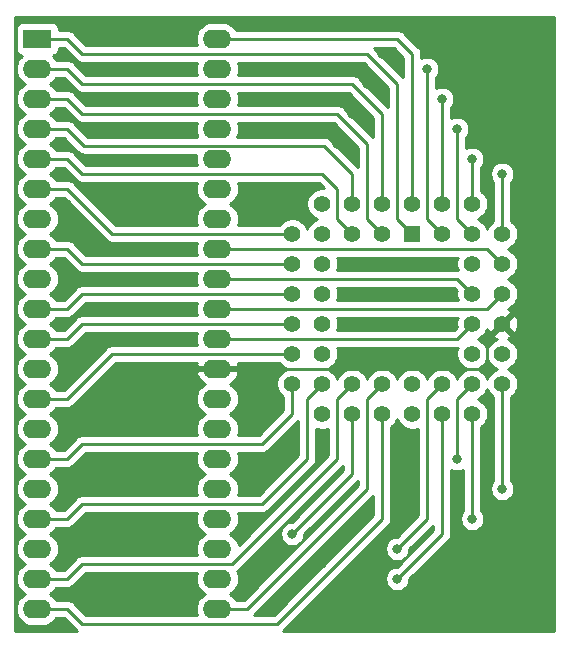
<source format=gbr>
G04 #@! TF.GenerationSoftware,KiCad,Pcbnew,(5.1.4)-1*
G04 #@! TF.CreationDate,2020-01-28T22:58:31+09:00*
G04 #@! TF.ProjectId,PLCC2DIP40,504c4343-3244-4495-9034-302e6b696361,rev?*
G04 #@! TF.SameCoordinates,Original*
G04 #@! TF.FileFunction,Copper,L1,Top*
G04 #@! TF.FilePolarity,Positive*
%FSLAX46Y46*%
G04 Gerber Fmt 4.6, Leading zero omitted, Abs format (unit mm)*
G04 Created by KiCad (PCBNEW (5.1.4)-1) date 2020-01-28 22:58:31*
%MOMM*%
%LPD*%
G04 APERTURE LIST*
%ADD10R,2.400000X1.600000*%
%ADD11O,2.400000X1.600000*%
%ADD12R,1.422400X1.422400*%
%ADD13C,1.422400*%
%ADD14C,0.800000*%
%ADD15C,0.250000*%
%ADD16C,0.254000*%
G04 APERTURE END LIST*
D10*
X39370000Y-26670000D03*
D11*
X54610000Y-74930000D03*
X39370000Y-29210000D03*
X54610000Y-72390000D03*
X39370000Y-31750000D03*
X54610000Y-69850000D03*
X39370000Y-34290000D03*
X54610000Y-67310000D03*
X39370000Y-36830000D03*
X54610000Y-64770000D03*
X39370000Y-39370000D03*
X54610000Y-62230000D03*
X39370000Y-41910000D03*
X54610000Y-59690000D03*
X39370000Y-44450000D03*
X54610000Y-57150000D03*
X39370000Y-46990000D03*
X54610000Y-54610000D03*
X39370000Y-49530000D03*
X54610000Y-52070000D03*
X39370000Y-52070000D03*
X54610000Y-49530000D03*
X39370000Y-54610000D03*
X54610000Y-46990000D03*
X39370000Y-57150000D03*
X54610000Y-44450000D03*
X39370000Y-59690000D03*
X54610000Y-41910000D03*
X39370000Y-62230000D03*
X54610000Y-39370000D03*
X39370000Y-64770000D03*
X54610000Y-36830000D03*
X39370000Y-67310000D03*
X54610000Y-34290000D03*
X39370000Y-69850000D03*
X54610000Y-31750000D03*
X39370000Y-72390000D03*
X54610000Y-29210000D03*
X39370000Y-74930000D03*
X54610000Y-26670000D03*
D12*
X71120000Y-43180000D03*
D13*
X68580000Y-43180000D03*
X66040000Y-43180000D03*
X73660000Y-43180000D03*
X76200000Y-43180000D03*
X68580000Y-40640000D03*
X66040000Y-40640000D03*
X63500000Y-40640000D03*
X71120000Y-40640000D03*
X73660000Y-40640000D03*
X63500000Y-43180000D03*
X63500000Y-45720000D03*
X63500000Y-48260000D03*
X63500000Y-50800000D03*
X63500000Y-53340000D03*
X60960000Y-43180000D03*
X60960000Y-45720000D03*
X60960000Y-48260000D03*
X60960000Y-50800000D03*
X60960000Y-53340000D03*
X60960000Y-55880000D03*
X63500000Y-55880000D03*
X66040000Y-55880000D03*
X68580000Y-55880000D03*
X71120000Y-55880000D03*
X73660000Y-55880000D03*
X78740000Y-55880000D03*
X63500000Y-58420000D03*
X66040000Y-58420000D03*
X68580000Y-58420000D03*
X71120000Y-58420000D03*
X73660000Y-58420000D03*
X76200000Y-58420000D03*
X76200000Y-55880000D03*
X76200000Y-53340000D03*
X76200000Y-50800000D03*
X76200000Y-48260000D03*
X76200000Y-45720000D03*
X76200000Y-40640000D03*
X78740000Y-53340000D03*
X78740000Y-50800000D03*
X78740000Y-48260000D03*
X78740000Y-45720000D03*
X78740000Y-43180000D03*
D14*
X69850000Y-72390000D03*
X69850000Y-69850000D03*
X76200000Y-67310000D03*
X76200000Y-67310000D03*
X78740000Y-64770000D03*
X74930000Y-62230000D03*
X45720000Y-58420000D03*
X69850000Y-54610000D03*
X50800000Y-59690000D03*
X58420000Y-55880000D03*
X73660000Y-48260000D03*
X71120000Y-50800000D03*
X43180000Y-54610000D03*
X50800000Y-52070000D03*
X50800000Y-49530000D03*
X50800000Y-46990000D03*
X41910000Y-40640000D03*
X50800000Y-39370000D03*
X50800000Y-36830000D03*
X50800000Y-34290000D03*
X50800000Y-31750000D03*
X50800000Y-29210000D03*
X66040000Y-33020000D03*
X67310000Y-30480000D03*
X64770000Y-35560000D03*
X59690000Y-39370000D03*
X50800000Y-63500000D03*
X50800000Y-63500000D03*
X50800000Y-67310000D03*
X50800000Y-73660000D03*
X58420000Y-63500000D03*
X58420000Y-71120000D03*
X63500000Y-60960000D03*
X68580000Y-27940000D03*
X71120000Y-45720000D03*
X63500000Y-71120000D03*
X78740000Y-38100000D03*
X76200000Y-36830000D03*
X74930000Y-34290000D03*
X74930000Y-34290000D03*
X60960000Y-68580000D03*
X73660000Y-31750000D03*
X72390000Y-29210000D03*
D15*
X71120000Y-43180000D02*
X69850000Y-41910000D01*
X43180000Y-27940000D02*
X41910000Y-26670000D01*
X41910000Y-26670000D02*
X39370000Y-26670000D01*
X67310000Y-27940000D02*
X69850000Y-30480000D01*
X69850000Y-41910000D02*
X69850000Y-30480000D01*
X67310000Y-27940000D02*
X43180000Y-27940000D01*
X57150000Y-74930000D02*
X54610000Y-74930000D01*
X67310000Y-64770000D02*
X57150000Y-74930000D01*
X68580000Y-55880000D02*
X67310000Y-57150000D01*
X67310000Y-57150000D02*
X67310000Y-64770000D01*
X41910000Y-29210000D02*
X39370000Y-29210000D01*
X43180000Y-30480000D02*
X41910000Y-29210000D01*
X66040000Y-30480000D02*
X68580000Y-33020000D01*
X66040000Y-30480000D02*
X43180000Y-30480000D01*
X68580000Y-33020000D02*
X68580000Y-40640000D01*
X73660000Y-58420000D02*
X73660000Y-68580000D01*
X73660000Y-68580000D02*
X69850000Y-72390000D01*
X68580000Y-43180000D02*
X67310000Y-41910000D01*
X41910000Y-31750000D02*
X39370000Y-31750000D01*
X43180000Y-33020000D02*
X41910000Y-31750000D01*
X64770000Y-33020000D02*
X67310000Y-35560000D01*
X67310000Y-41910000D02*
X67310000Y-35560000D01*
X64770000Y-33020000D02*
X43180000Y-33020000D01*
X73660000Y-55880000D02*
X72390000Y-57150000D01*
X72390000Y-57150000D02*
X72390000Y-64770000D01*
X72390000Y-64770000D02*
X72390000Y-67310000D01*
X72390000Y-67310000D02*
X69850000Y-69850000D01*
X43324990Y-35704990D02*
X41910000Y-34290000D01*
X41910000Y-34290000D02*
X39370000Y-34290000D01*
X63644990Y-35704990D02*
X66040000Y-38100000D01*
X63644990Y-35704990D02*
X43324990Y-35704990D01*
X66040000Y-38100000D02*
X66040000Y-40640000D01*
X76200000Y-58420000D02*
X76200000Y-67310000D01*
X41910000Y-36830000D02*
X39370000Y-36830000D01*
X43180000Y-38100000D02*
X41910000Y-36830000D01*
X63500000Y-38100000D02*
X43180000Y-38100000D01*
X64770000Y-39370000D02*
X63500000Y-38100000D01*
X66040000Y-43180000D02*
X64770000Y-41910000D01*
X64770000Y-41910000D02*
X64770000Y-39370000D01*
X78740000Y-64770000D02*
X78740000Y-55880000D01*
X60960000Y-43180000D02*
X45720000Y-43180000D01*
X41910000Y-39370000D02*
X39370000Y-39370000D01*
X45720000Y-43180000D02*
X41910000Y-39370000D01*
X76200000Y-55880000D02*
X74930000Y-57150000D01*
X74930000Y-57150000D02*
X74930000Y-62230000D01*
X60960000Y-45720000D02*
X43180000Y-45720000D01*
X41910000Y-44450000D02*
X39370000Y-44450000D01*
X43180000Y-45720000D02*
X41910000Y-44450000D01*
X63500000Y-54610000D02*
X69850000Y-54610000D01*
X54610000Y-54610000D02*
X63500000Y-54610000D01*
X63500000Y-54610000D02*
X63763578Y-54610000D01*
X77470000Y-54610000D02*
X77470000Y-52070000D01*
X77470000Y-52070000D02*
X78740000Y-50800000D01*
X69850000Y-54610000D02*
X77470000Y-54610000D01*
X60960000Y-48260000D02*
X43180000Y-48260000D01*
X41910000Y-49530000D02*
X39370000Y-49530000D01*
X43180000Y-48260000D02*
X41910000Y-49530000D01*
X74930000Y-52070000D02*
X76200000Y-50800000D01*
X54610000Y-52070000D02*
X74930000Y-52070000D01*
X60960000Y-50800000D02*
X43180000Y-50800000D01*
X41910000Y-52070000D02*
X39370000Y-52070000D01*
X43180000Y-50800000D02*
X41910000Y-52070000D01*
X77470000Y-49530000D02*
X78740000Y-48260000D01*
X54610000Y-49530000D02*
X77470000Y-49530000D01*
X74930000Y-46990000D02*
X76200000Y-48260000D01*
X54610000Y-46990000D02*
X74930000Y-46990000D01*
X60960000Y-53340000D02*
X45720000Y-53340000D01*
X41910000Y-57150000D02*
X39370000Y-57150000D01*
X45720000Y-53340000D02*
X41910000Y-57150000D01*
X77470000Y-44450000D02*
X78740000Y-45720000D01*
X54610000Y-44450000D02*
X77470000Y-44450000D01*
X60960000Y-58420000D02*
X60960000Y-55880000D01*
X58420000Y-60960000D02*
X60960000Y-58420000D01*
X43180000Y-60960000D02*
X58420000Y-60960000D01*
X39370000Y-62230000D02*
X41910000Y-62230000D01*
X41910000Y-62230000D02*
X43180000Y-60960000D01*
X78740000Y-43180000D02*
X78740000Y-38100000D01*
X76200000Y-40640000D02*
X76200000Y-36830000D01*
X41910000Y-67310000D02*
X39370000Y-67310000D01*
X43180000Y-66040000D02*
X41910000Y-67310000D01*
X58420000Y-66040000D02*
X43180000Y-66040000D01*
X62230000Y-62230000D02*
X58420000Y-66040000D01*
X63500000Y-55880000D02*
X62230000Y-57150000D01*
X62230000Y-57150000D02*
X62230000Y-62230000D01*
X76200000Y-43180000D02*
X74930000Y-41910000D01*
X74930000Y-41910000D02*
X74930000Y-34290000D01*
X66040000Y-58420000D02*
X66040000Y-63500000D01*
X66040000Y-63500000D02*
X60960000Y-68580000D01*
X73660000Y-40640000D02*
X73660000Y-31750000D01*
X66040000Y-55880000D02*
X64770000Y-57150000D01*
X64770000Y-57150000D02*
X64770000Y-62230000D01*
X64770000Y-62230000D02*
X55880000Y-71120000D01*
X55880000Y-71120000D02*
X43180000Y-71120000D01*
X43180000Y-71120000D02*
X41910000Y-72390000D01*
X41910000Y-72390000D02*
X39370000Y-72390000D01*
X73660000Y-43180000D02*
X72390000Y-41910000D01*
X72390000Y-41910000D02*
X72390000Y-29210000D01*
X41910000Y-74930000D02*
X39370000Y-74930000D01*
X43180000Y-76200000D02*
X41910000Y-74930000D01*
X59690000Y-76200000D02*
X43180000Y-76200000D01*
X68580000Y-58420000D02*
X68580000Y-67310000D01*
X68580000Y-67310000D02*
X59690000Y-76200000D01*
X71120000Y-40640000D02*
X71120000Y-27940000D01*
X69850000Y-26670000D02*
X54610000Y-26670000D01*
X71120000Y-27940000D02*
X69850000Y-26670000D01*
D16*
G36*
X83160001Y-76810000D02*
G01*
X60144707Y-76810000D01*
X60230001Y-76740001D01*
X60253804Y-76710997D01*
X69091003Y-67873799D01*
X69120001Y-67850001D01*
X69214974Y-67734276D01*
X69285546Y-67602247D01*
X69329003Y-67458986D01*
X69340000Y-67347333D01*
X69343677Y-67310000D01*
X69340000Y-67272667D01*
X69340000Y-59531246D01*
X69438153Y-59465662D01*
X69625662Y-59278153D01*
X69772987Y-59057665D01*
X69850000Y-58871740D01*
X69927013Y-59057665D01*
X70074338Y-59278153D01*
X70261847Y-59465662D01*
X70482335Y-59612987D01*
X70727328Y-59714467D01*
X70987411Y-59766200D01*
X71252589Y-59766200D01*
X71512672Y-59714467D01*
X71630000Y-59665868D01*
X71630001Y-64732658D01*
X71630000Y-64732668D01*
X71630001Y-66995196D01*
X69810199Y-68815000D01*
X69748061Y-68815000D01*
X69548102Y-68854774D01*
X69359744Y-68932795D01*
X69190226Y-69046063D01*
X69046063Y-69190226D01*
X68932795Y-69359744D01*
X68854774Y-69548102D01*
X68815000Y-69748061D01*
X68815000Y-69951939D01*
X68854774Y-70151898D01*
X68932795Y-70340256D01*
X69046063Y-70509774D01*
X69190226Y-70653937D01*
X69359744Y-70767205D01*
X69548102Y-70845226D01*
X69748061Y-70885000D01*
X69951939Y-70885000D01*
X70151898Y-70845226D01*
X70340256Y-70767205D01*
X70509774Y-70653937D01*
X70653937Y-70509774D01*
X70767205Y-70340256D01*
X70845226Y-70151898D01*
X70885000Y-69951939D01*
X70885000Y-69889801D01*
X72900001Y-67874802D01*
X72900001Y-68265197D01*
X69810199Y-71355000D01*
X69748061Y-71355000D01*
X69548102Y-71394774D01*
X69359744Y-71472795D01*
X69190226Y-71586063D01*
X69046063Y-71730226D01*
X68932795Y-71899744D01*
X68854774Y-72088102D01*
X68815000Y-72288061D01*
X68815000Y-72491939D01*
X68854774Y-72691898D01*
X68932795Y-72880256D01*
X69046063Y-73049774D01*
X69190226Y-73193937D01*
X69359744Y-73307205D01*
X69548102Y-73385226D01*
X69748061Y-73425000D01*
X69951939Y-73425000D01*
X70151898Y-73385226D01*
X70340256Y-73307205D01*
X70509774Y-73193937D01*
X70653937Y-73049774D01*
X70767205Y-72880256D01*
X70845226Y-72691898D01*
X70885000Y-72491939D01*
X70885000Y-72429801D01*
X74171003Y-69143799D01*
X74200001Y-69120001D01*
X74294974Y-69004276D01*
X74365546Y-68872247D01*
X74409003Y-68728986D01*
X74420000Y-68617333D01*
X74420000Y-68617325D01*
X74423676Y-68580000D01*
X74420000Y-68542675D01*
X74420000Y-63134013D01*
X74439744Y-63147205D01*
X74628102Y-63225226D01*
X74828061Y-63265000D01*
X75031939Y-63265000D01*
X75231898Y-63225226D01*
X75420256Y-63147205D01*
X75440001Y-63134012D01*
X75440001Y-66606288D01*
X75396063Y-66650226D01*
X75282795Y-66819744D01*
X75204774Y-67008102D01*
X75165000Y-67208061D01*
X75165000Y-67411939D01*
X75204774Y-67611898D01*
X75282795Y-67800256D01*
X75396063Y-67969774D01*
X75540226Y-68113937D01*
X75709744Y-68227205D01*
X75898102Y-68305226D01*
X76098061Y-68345000D01*
X76301939Y-68345000D01*
X76501898Y-68305226D01*
X76690256Y-68227205D01*
X76859774Y-68113937D01*
X77003937Y-67969774D01*
X77117205Y-67800256D01*
X77195226Y-67611898D01*
X77235000Y-67411939D01*
X77235000Y-67208061D01*
X77195226Y-67008102D01*
X77117205Y-66819744D01*
X77003937Y-66650226D01*
X76960000Y-66606289D01*
X76960000Y-59531246D01*
X77058153Y-59465662D01*
X77245662Y-59278153D01*
X77392987Y-59057665D01*
X77494467Y-58812672D01*
X77546200Y-58552589D01*
X77546200Y-58287411D01*
X77494467Y-58027328D01*
X77392987Y-57782335D01*
X77245662Y-57561847D01*
X77058153Y-57374338D01*
X76837665Y-57227013D01*
X76651740Y-57150000D01*
X76837665Y-57072987D01*
X77058153Y-56925662D01*
X77245662Y-56738153D01*
X77392987Y-56517665D01*
X77470000Y-56331740D01*
X77547013Y-56517665D01*
X77694338Y-56738153D01*
X77881847Y-56925662D01*
X77980001Y-56991246D01*
X77980000Y-64066289D01*
X77936063Y-64110226D01*
X77822795Y-64279744D01*
X77744774Y-64468102D01*
X77705000Y-64668061D01*
X77705000Y-64871939D01*
X77744774Y-65071898D01*
X77822795Y-65260256D01*
X77936063Y-65429774D01*
X78080226Y-65573937D01*
X78249744Y-65687205D01*
X78438102Y-65765226D01*
X78638061Y-65805000D01*
X78841939Y-65805000D01*
X79041898Y-65765226D01*
X79230256Y-65687205D01*
X79399774Y-65573937D01*
X79543937Y-65429774D01*
X79657205Y-65260256D01*
X79735226Y-65071898D01*
X79775000Y-64871939D01*
X79775000Y-64668061D01*
X79735226Y-64468102D01*
X79657205Y-64279744D01*
X79543937Y-64110226D01*
X79500000Y-64066289D01*
X79500000Y-56991246D01*
X79598153Y-56925662D01*
X79785662Y-56738153D01*
X79932987Y-56517665D01*
X80034467Y-56272672D01*
X80086200Y-56012589D01*
X80086200Y-55747411D01*
X80034467Y-55487328D01*
X79932987Y-55242335D01*
X79785662Y-55021847D01*
X79598153Y-54834338D01*
X79377665Y-54687013D01*
X79191740Y-54610000D01*
X79377665Y-54532987D01*
X79598153Y-54385662D01*
X79785662Y-54198153D01*
X79932987Y-53977665D01*
X80034467Y-53732672D01*
X80086200Y-53472589D01*
X80086200Y-53207411D01*
X80034467Y-52947328D01*
X79932987Y-52702335D01*
X79785662Y-52481847D01*
X79598153Y-52294338D01*
X79377665Y-52147013D01*
X79189400Y-52069031D01*
X79325280Y-52019542D01*
X79428848Y-51964183D01*
X79489668Y-51729273D01*
X78740000Y-50979605D01*
X77990332Y-51729273D01*
X78051152Y-51964183D01*
X78282934Y-52072206D01*
X78102335Y-52147013D01*
X77881847Y-52294338D01*
X77694338Y-52481847D01*
X77547013Y-52702335D01*
X77470000Y-52888260D01*
X77392987Y-52702335D01*
X77245662Y-52481847D01*
X77058153Y-52294338D01*
X76837665Y-52147013D01*
X76651740Y-52070000D01*
X76837665Y-51992987D01*
X77058153Y-51845662D01*
X77245662Y-51658153D01*
X77392987Y-51437665D01*
X77470969Y-51249400D01*
X77520458Y-51385280D01*
X77575817Y-51488848D01*
X77810727Y-51549668D01*
X78560395Y-50800000D01*
X78919605Y-50800000D01*
X79669273Y-51549668D01*
X79904183Y-51488848D01*
X80016202Y-51248491D01*
X80079176Y-50990898D01*
X80090687Y-50725970D01*
X80050291Y-50463887D01*
X79959542Y-50214720D01*
X79904183Y-50111152D01*
X79669273Y-50050332D01*
X78919605Y-50800000D01*
X78560395Y-50800000D01*
X78546253Y-50785858D01*
X78725858Y-50606253D01*
X78740000Y-50620395D01*
X79489668Y-49870727D01*
X79428848Y-49635817D01*
X79197066Y-49527794D01*
X79377665Y-49452987D01*
X79598153Y-49305662D01*
X79785662Y-49118153D01*
X79932987Y-48897665D01*
X80034467Y-48652672D01*
X80086200Y-48392589D01*
X80086200Y-48127411D01*
X80034467Y-47867328D01*
X79932987Y-47622335D01*
X79785662Y-47401847D01*
X79598153Y-47214338D01*
X79377665Y-47067013D01*
X79191740Y-46990000D01*
X79377665Y-46912987D01*
X79598153Y-46765662D01*
X79785662Y-46578153D01*
X79932987Y-46357665D01*
X80034467Y-46112672D01*
X80086200Y-45852589D01*
X80086200Y-45587411D01*
X80034467Y-45327328D01*
X79932987Y-45082335D01*
X79785662Y-44861847D01*
X79598153Y-44674338D01*
X79377665Y-44527013D01*
X79191740Y-44450000D01*
X79377665Y-44372987D01*
X79598153Y-44225662D01*
X79785662Y-44038153D01*
X79932987Y-43817665D01*
X80034467Y-43572672D01*
X80086200Y-43312589D01*
X80086200Y-43047411D01*
X80034467Y-42787328D01*
X79932987Y-42542335D01*
X79785662Y-42321847D01*
X79598153Y-42134338D01*
X79500000Y-42068754D01*
X79500000Y-38803711D01*
X79543937Y-38759774D01*
X79657205Y-38590256D01*
X79735226Y-38401898D01*
X79775000Y-38201939D01*
X79775000Y-37998061D01*
X79735226Y-37798102D01*
X79657205Y-37609744D01*
X79543937Y-37440226D01*
X79399774Y-37296063D01*
X79230256Y-37182795D01*
X79041898Y-37104774D01*
X78841939Y-37065000D01*
X78638061Y-37065000D01*
X78438102Y-37104774D01*
X78249744Y-37182795D01*
X78080226Y-37296063D01*
X77936063Y-37440226D01*
X77822795Y-37609744D01*
X77744774Y-37798102D01*
X77705000Y-37998061D01*
X77705000Y-38201939D01*
X77744774Y-38401898D01*
X77822795Y-38590256D01*
X77936063Y-38759774D01*
X77980001Y-38803712D01*
X77980000Y-42068754D01*
X77881847Y-42134338D01*
X77694338Y-42321847D01*
X77547013Y-42542335D01*
X77470000Y-42728260D01*
X77392987Y-42542335D01*
X77245662Y-42321847D01*
X77058153Y-42134338D01*
X76837665Y-41987013D01*
X76651740Y-41910000D01*
X76837665Y-41832987D01*
X77058153Y-41685662D01*
X77245662Y-41498153D01*
X77392987Y-41277665D01*
X77494467Y-41032672D01*
X77546200Y-40772589D01*
X77546200Y-40507411D01*
X77494467Y-40247328D01*
X77392987Y-40002335D01*
X77245662Y-39781847D01*
X77058153Y-39594338D01*
X76960000Y-39528754D01*
X76960000Y-37533711D01*
X77003937Y-37489774D01*
X77117205Y-37320256D01*
X77195226Y-37131898D01*
X77235000Y-36931939D01*
X77235000Y-36728061D01*
X77195226Y-36528102D01*
X77117205Y-36339744D01*
X77003937Y-36170226D01*
X76859774Y-36026063D01*
X76690256Y-35912795D01*
X76501898Y-35834774D01*
X76301939Y-35795000D01*
X76098061Y-35795000D01*
X75898102Y-35834774D01*
X75709744Y-35912795D01*
X75690000Y-35925987D01*
X75690000Y-34993711D01*
X75733937Y-34949774D01*
X75847205Y-34780256D01*
X75925226Y-34591898D01*
X75965000Y-34391939D01*
X75965000Y-34188061D01*
X75925226Y-33988102D01*
X75847205Y-33799744D01*
X75733937Y-33630226D01*
X75589774Y-33486063D01*
X75420256Y-33372795D01*
X75231898Y-33294774D01*
X75031939Y-33255000D01*
X74828061Y-33255000D01*
X74628102Y-33294774D01*
X74439744Y-33372795D01*
X74420000Y-33385987D01*
X74420000Y-32453711D01*
X74463937Y-32409774D01*
X74577205Y-32240256D01*
X74655226Y-32051898D01*
X74695000Y-31851939D01*
X74695000Y-31648061D01*
X74655226Y-31448102D01*
X74577205Y-31259744D01*
X74463937Y-31090226D01*
X74319774Y-30946063D01*
X74150256Y-30832795D01*
X73961898Y-30754774D01*
X73761939Y-30715000D01*
X73558061Y-30715000D01*
X73358102Y-30754774D01*
X73169744Y-30832795D01*
X73150000Y-30845987D01*
X73150000Y-29913711D01*
X73193937Y-29869774D01*
X73307205Y-29700256D01*
X73385226Y-29511898D01*
X73425000Y-29311939D01*
X73425000Y-29108061D01*
X73385226Y-28908102D01*
X73307205Y-28719744D01*
X73193937Y-28550226D01*
X73049774Y-28406063D01*
X72880256Y-28292795D01*
X72691898Y-28214774D01*
X72491939Y-28175000D01*
X72288061Y-28175000D01*
X72088102Y-28214774D01*
X71899744Y-28292795D01*
X71880000Y-28305987D01*
X71880000Y-27977322D01*
X71883676Y-27939999D01*
X71880000Y-27902676D01*
X71880000Y-27902667D01*
X71869003Y-27791014D01*
X71825546Y-27647753D01*
X71754974Y-27515724D01*
X71660001Y-27399999D01*
X71631003Y-27376201D01*
X70413804Y-26159003D01*
X70390001Y-26129999D01*
X70274276Y-26035026D01*
X70142247Y-25964454D01*
X69998986Y-25920997D01*
X69887333Y-25910000D01*
X69887322Y-25910000D01*
X69850000Y-25906324D01*
X69812678Y-25910000D01*
X56230901Y-25910000D01*
X56208932Y-25868899D01*
X56029608Y-25650392D01*
X55811101Y-25471068D01*
X55561808Y-25337818D01*
X55291309Y-25255764D01*
X55080492Y-25235000D01*
X54139508Y-25235000D01*
X53928691Y-25255764D01*
X53658192Y-25337818D01*
X53408899Y-25471068D01*
X53190392Y-25650392D01*
X53011068Y-25868899D01*
X52877818Y-26118192D01*
X52795764Y-26388691D01*
X52768057Y-26670000D01*
X52795764Y-26951309D01*
X52865136Y-27180000D01*
X43494802Y-27180000D01*
X42473804Y-26159003D01*
X42450001Y-26129999D01*
X42334276Y-26035026D01*
X42202247Y-25964454D01*
X42058986Y-25920997D01*
X41947333Y-25910000D01*
X41947322Y-25910000D01*
X41910000Y-25906324D01*
X41872678Y-25910000D01*
X41208072Y-25910000D01*
X41208072Y-25870000D01*
X41195812Y-25745518D01*
X41159502Y-25625820D01*
X41100537Y-25515506D01*
X41021185Y-25418815D01*
X40924494Y-25339463D01*
X40814180Y-25280498D01*
X40694482Y-25244188D01*
X40570000Y-25231928D01*
X38170000Y-25231928D01*
X38045518Y-25244188D01*
X37925820Y-25280498D01*
X37815506Y-25339463D01*
X37718815Y-25418815D01*
X37639463Y-25515506D01*
X37580498Y-25625820D01*
X37544188Y-25745518D01*
X37531928Y-25870000D01*
X37531928Y-27470000D01*
X37544188Y-27594482D01*
X37580498Y-27714180D01*
X37639463Y-27824494D01*
X37718815Y-27921185D01*
X37815506Y-28000537D01*
X37925820Y-28059502D01*
X38045518Y-28095812D01*
X38063482Y-28097581D01*
X37950392Y-28190392D01*
X37771068Y-28408899D01*
X37637818Y-28658192D01*
X37555764Y-28928691D01*
X37528057Y-29210000D01*
X37555764Y-29491309D01*
X37637818Y-29761808D01*
X37771068Y-30011101D01*
X37950392Y-30229608D01*
X38168899Y-30408932D01*
X38301858Y-30480000D01*
X38168899Y-30551068D01*
X37950392Y-30730392D01*
X37771068Y-30948899D01*
X37637818Y-31198192D01*
X37555764Y-31468691D01*
X37528057Y-31750000D01*
X37555764Y-32031309D01*
X37637818Y-32301808D01*
X37771068Y-32551101D01*
X37950392Y-32769608D01*
X38168899Y-32948932D01*
X38301858Y-33020000D01*
X38168899Y-33091068D01*
X37950392Y-33270392D01*
X37771068Y-33488899D01*
X37637818Y-33738192D01*
X37555764Y-34008691D01*
X37528057Y-34290000D01*
X37555764Y-34571309D01*
X37637818Y-34841808D01*
X37771068Y-35091101D01*
X37950392Y-35309608D01*
X38168899Y-35488932D01*
X38301858Y-35560000D01*
X38168899Y-35631068D01*
X37950392Y-35810392D01*
X37771068Y-36028899D01*
X37637818Y-36278192D01*
X37555764Y-36548691D01*
X37528057Y-36830000D01*
X37555764Y-37111309D01*
X37637818Y-37381808D01*
X37771068Y-37631101D01*
X37950392Y-37849608D01*
X38168899Y-38028932D01*
X38301858Y-38100000D01*
X38168899Y-38171068D01*
X37950392Y-38350392D01*
X37771068Y-38568899D01*
X37637818Y-38818192D01*
X37555764Y-39088691D01*
X37528057Y-39370000D01*
X37555764Y-39651309D01*
X37637818Y-39921808D01*
X37771068Y-40171101D01*
X37950392Y-40389608D01*
X38168899Y-40568932D01*
X38301858Y-40640000D01*
X38168899Y-40711068D01*
X37950392Y-40890392D01*
X37771068Y-41108899D01*
X37637818Y-41358192D01*
X37555764Y-41628691D01*
X37528057Y-41910000D01*
X37555764Y-42191309D01*
X37637818Y-42461808D01*
X37771068Y-42711101D01*
X37950392Y-42929608D01*
X38168899Y-43108932D01*
X38301858Y-43180000D01*
X38168899Y-43251068D01*
X37950392Y-43430392D01*
X37771068Y-43648899D01*
X37637818Y-43898192D01*
X37555764Y-44168691D01*
X37528057Y-44450000D01*
X37555764Y-44731309D01*
X37637818Y-45001808D01*
X37771068Y-45251101D01*
X37950392Y-45469608D01*
X38168899Y-45648932D01*
X38301858Y-45720000D01*
X38168899Y-45791068D01*
X37950392Y-45970392D01*
X37771068Y-46188899D01*
X37637818Y-46438192D01*
X37555764Y-46708691D01*
X37528057Y-46990000D01*
X37555764Y-47271309D01*
X37637818Y-47541808D01*
X37771068Y-47791101D01*
X37950392Y-48009608D01*
X38168899Y-48188932D01*
X38301858Y-48260000D01*
X38168899Y-48331068D01*
X37950392Y-48510392D01*
X37771068Y-48728899D01*
X37637818Y-48978192D01*
X37555764Y-49248691D01*
X37528057Y-49530000D01*
X37555764Y-49811309D01*
X37637818Y-50081808D01*
X37771068Y-50331101D01*
X37950392Y-50549608D01*
X38168899Y-50728932D01*
X38301858Y-50800000D01*
X38168899Y-50871068D01*
X37950392Y-51050392D01*
X37771068Y-51268899D01*
X37637818Y-51518192D01*
X37555764Y-51788691D01*
X37528057Y-52070000D01*
X37555764Y-52351309D01*
X37637818Y-52621808D01*
X37771068Y-52871101D01*
X37950392Y-53089608D01*
X38168899Y-53268932D01*
X38301858Y-53340000D01*
X38168899Y-53411068D01*
X37950392Y-53590392D01*
X37771068Y-53808899D01*
X37637818Y-54058192D01*
X37555764Y-54328691D01*
X37528057Y-54610000D01*
X37555764Y-54891309D01*
X37637818Y-55161808D01*
X37771068Y-55411101D01*
X37950392Y-55629608D01*
X38168899Y-55808932D01*
X38301858Y-55880000D01*
X38168899Y-55951068D01*
X37950392Y-56130392D01*
X37771068Y-56348899D01*
X37637818Y-56598192D01*
X37555764Y-56868691D01*
X37528057Y-57150000D01*
X37555764Y-57431309D01*
X37637818Y-57701808D01*
X37771068Y-57951101D01*
X37950392Y-58169608D01*
X38168899Y-58348932D01*
X38301858Y-58420000D01*
X38168899Y-58491068D01*
X37950392Y-58670392D01*
X37771068Y-58888899D01*
X37637818Y-59138192D01*
X37555764Y-59408691D01*
X37528057Y-59690000D01*
X37555764Y-59971309D01*
X37637818Y-60241808D01*
X37771068Y-60491101D01*
X37950392Y-60709608D01*
X38168899Y-60888932D01*
X38301858Y-60960000D01*
X38168899Y-61031068D01*
X37950392Y-61210392D01*
X37771068Y-61428899D01*
X37637818Y-61678192D01*
X37555764Y-61948691D01*
X37528057Y-62230000D01*
X37555764Y-62511309D01*
X37637818Y-62781808D01*
X37771068Y-63031101D01*
X37950392Y-63249608D01*
X38168899Y-63428932D01*
X38301858Y-63500000D01*
X38168899Y-63571068D01*
X37950392Y-63750392D01*
X37771068Y-63968899D01*
X37637818Y-64218192D01*
X37555764Y-64488691D01*
X37528057Y-64770000D01*
X37555764Y-65051309D01*
X37637818Y-65321808D01*
X37771068Y-65571101D01*
X37950392Y-65789608D01*
X38168899Y-65968932D01*
X38301858Y-66040000D01*
X38168899Y-66111068D01*
X37950392Y-66290392D01*
X37771068Y-66508899D01*
X37637818Y-66758192D01*
X37555764Y-67028691D01*
X37528057Y-67310000D01*
X37555764Y-67591309D01*
X37637818Y-67861808D01*
X37771068Y-68111101D01*
X37950392Y-68329608D01*
X38168899Y-68508932D01*
X38301858Y-68580000D01*
X38168899Y-68651068D01*
X37950392Y-68830392D01*
X37771068Y-69048899D01*
X37637818Y-69298192D01*
X37555764Y-69568691D01*
X37528057Y-69850000D01*
X37555764Y-70131309D01*
X37637818Y-70401808D01*
X37771068Y-70651101D01*
X37950392Y-70869608D01*
X38168899Y-71048932D01*
X38301858Y-71120000D01*
X38168899Y-71191068D01*
X37950392Y-71370392D01*
X37771068Y-71588899D01*
X37637818Y-71838192D01*
X37555764Y-72108691D01*
X37528057Y-72390000D01*
X37555764Y-72671309D01*
X37637818Y-72941808D01*
X37771068Y-73191101D01*
X37950392Y-73409608D01*
X38168899Y-73588932D01*
X38301858Y-73660000D01*
X38168899Y-73731068D01*
X37950392Y-73910392D01*
X37771068Y-74128899D01*
X37637818Y-74378192D01*
X37555764Y-74648691D01*
X37528057Y-74930000D01*
X37555764Y-75211309D01*
X37637818Y-75481808D01*
X37771068Y-75731101D01*
X37950392Y-75949608D01*
X38168899Y-76128932D01*
X38418192Y-76262182D01*
X38688691Y-76344236D01*
X38899508Y-76365000D01*
X39840492Y-76365000D01*
X40051309Y-76344236D01*
X40321808Y-76262182D01*
X40571101Y-76128932D01*
X40789608Y-75949608D01*
X40968932Y-75731101D01*
X40990901Y-75690000D01*
X41595199Y-75690000D01*
X42616201Y-76711003D01*
X42639999Y-76740001D01*
X42725293Y-76810000D01*
X37490000Y-76810000D01*
X37490000Y-24790000D01*
X83160000Y-24790000D01*
X83160001Y-76810000D01*
X83160001Y-76810000D01*
G37*
X83160001Y-76810000D02*
X60144707Y-76810000D01*
X60230001Y-76740001D01*
X60253804Y-76710997D01*
X69091003Y-67873799D01*
X69120001Y-67850001D01*
X69214974Y-67734276D01*
X69285546Y-67602247D01*
X69329003Y-67458986D01*
X69340000Y-67347333D01*
X69343677Y-67310000D01*
X69340000Y-67272667D01*
X69340000Y-59531246D01*
X69438153Y-59465662D01*
X69625662Y-59278153D01*
X69772987Y-59057665D01*
X69850000Y-58871740D01*
X69927013Y-59057665D01*
X70074338Y-59278153D01*
X70261847Y-59465662D01*
X70482335Y-59612987D01*
X70727328Y-59714467D01*
X70987411Y-59766200D01*
X71252589Y-59766200D01*
X71512672Y-59714467D01*
X71630000Y-59665868D01*
X71630001Y-64732658D01*
X71630000Y-64732668D01*
X71630001Y-66995196D01*
X69810199Y-68815000D01*
X69748061Y-68815000D01*
X69548102Y-68854774D01*
X69359744Y-68932795D01*
X69190226Y-69046063D01*
X69046063Y-69190226D01*
X68932795Y-69359744D01*
X68854774Y-69548102D01*
X68815000Y-69748061D01*
X68815000Y-69951939D01*
X68854774Y-70151898D01*
X68932795Y-70340256D01*
X69046063Y-70509774D01*
X69190226Y-70653937D01*
X69359744Y-70767205D01*
X69548102Y-70845226D01*
X69748061Y-70885000D01*
X69951939Y-70885000D01*
X70151898Y-70845226D01*
X70340256Y-70767205D01*
X70509774Y-70653937D01*
X70653937Y-70509774D01*
X70767205Y-70340256D01*
X70845226Y-70151898D01*
X70885000Y-69951939D01*
X70885000Y-69889801D01*
X72900001Y-67874802D01*
X72900001Y-68265197D01*
X69810199Y-71355000D01*
X69748061Y-71355000D01*
X69548102Y-71394774D01*
X69359744Y-71472795D01*
X69190226Y-71586063D01*
X69046063Y-71730226D01*
X68932795Y-71899744D01*
X68854774Y-72088102D01*
X68815000Y-72288061D01*
X68815000Y-72491939D01*
X68854774Y-72691898D01*
X68932795Y-72880256D01*
X69046063Y-73049774D01*
X69190226Y-73193937D01*
X69359744Y-73307205D01*
X69548102Y-73385226D01*
X69748061Y-73425000D01*
X69951939Y-73425000D01*
X70151898Y-73385226D01*
X70340256Y-73307205D01*
X70509774Y-73193937D01*
X70653937Y-73049774D01*
X70767205Y-72880256D01*
X70845226Y-72691898D01*
X70885000Y-72491939D01*
X70885000Y-72429801D01*
X74171003Y-69143799D01*
X74200001Y-69120001D01*
X74294974Y-69004276D01*
X74365546Y-68872247D01*
X74409003Y-68728986D01*
X74420000Y-68617333D01*
X74420000Y-68617325D01*
X74423676Y-68580000D01*
X74420000Y-68542675D01*
X74420000Y-63134013D01*
X74439744Y-63147205D01*
X74628102Y-63225226D01*
X74828061Y-63265000D01*
X75031939Y-63265000D01*
X75231898Y-63225226D01*
X75420256Y-63147205D01*
X75440001Y-63134012D01*
X75440001Y-66606288D01*
X75396063Y-66650226D01*
X75282795Y-66819744D01*
X75204774Y-67008102D01*
X75165000Y-67208061D01*
X75165000Y-67411939D01*
X75204774Y-67611898D01*
X75282795Y-67800256D01*
X75396063Y-67969774D01*
X75540226Y-68113937D01*
X75709744Y-68227205D01*
X75898102Y-68305226D01*
X76098061Y-68345000D01*
X76301939Y-68345000D01*
X76501898Y-68305226D01*
X76690256Y-68227205D01*
X76859774Y-68113937D01*
X77003937Y-67969774D01*
X77117205Y-67800256D01*
X77195226Y-67611898D01*
X77235000Y-67411939D01*
X77235000Y-67208061D01*
X77195226Y-67008102D01*
X77117205Y-66819744D01*
X77003937Y-66650226D01*
X76960000Y-66606289D01*
X76960000Y-59531246D01*
X77058153Y-59465662D01*
X77245662Y-59278153D01*
X77392987Y-59057665D01*
X77494467Y-58812672D01*
X77546200Y-58552589D01*
X77546200Y-58287411D01*
X77494467Y-58027328D01*
X77392987Y-57782335D01*
X77245662Y-57561847D01*
X77058153Y-57374338D01*
X76837665Y-57227013D01*
X76651740Y-57150000D01*
X76837665Y-57072987D01*
X77058153Y-56925662D01*
X77245662Y-56738153D01*
X77392987Y-56517665D01*
X77470000Y-56331740D01*
X77547013Y-56517665D01*
X77694338Y-56738153D01*
X77881847Y-56925662D01*
X77980001Y-56991246D01*
X77980000Y-64066289D01*
X77936063Y-64110226D01*
X77822795Y-64279744D01*
X77744774Y-64468102D01*
X77705000Y-64668061D01*
X77705000Y-64871939D01*
X77744774Y-65071898D01*
X77822795Y-65260256D01*
X77936063Y-65429774D01*
X78080226Y-65573937D01*
X78249744Y-65687205D01*
X78438102Y-65765226D01*
X78638061Y-65805000D01*
X78841939Y-65805000D01*
X79041898Y-65765226D01*
X79230256Y-65687205D01*
X79399774Y-65573937D01*
X79543937Y-65429774D01*
X79657205Y-65260256D01*
X79735226Y-65071898D01*
X79775000Y-64871939D01*
X79775000Y-64668061D01*
X79735226Y-64468102D01*
X79657205Y-64279744D01*
X79543937Y-64110226D01*
X79500000Y-64066289D01*
X79500000Y-56991246D01*
X79598153Y-56925662D01*
X79785662Y-56738153D01*
X79932987Y-56517665D01*
X80034467Y-56272672D01*
X80086200Y-56012589D01*
X80086200Y-55747411D01*
X80034467Y-55487328D01*
X79932987Y-55242335D01*
X79785662Y-55021847D01*
X79598153Y-54834338D01*
X79377665Y-54687013D01*
X79191740Y-54610000D01*
X79377665Y-54532987D01*
X79598153Y-54385662D01*
X79785662Y-54198153D01*
X79932987Y-53977665D01*
X80034467Y-53732672D01*
X80086200Y-53472589D01*
X80086200Y-53207411D01*
X80034467Y-52947328D01*
X79932987Y-52702335D01*
X79785662Y-52481847D01*
X79598153Y-52294338D01*
X79377665Y-52147013D01*
X79189400Y-52069031D01*
X79325280Y-52019542D01*
X79428848Y-51964183D01*
X79489668Y-51729273D01*
X78740000Y-50979605D01*
X77990332Y-51729273D01*
X78051152Y-51964183D01*
X78282934Y-52072206D01*
X78102335Y-52147013D01*
X77881847Y-52294338D01*
X77694338Y-52481847D01*
X77547013Y-52702335D01*
X77470000Y-52888260D01*
X77392987Y-52702335D01*
X77245662Y-52481847D01*
X77058153Y-52294338D01*
X76837665Y-52147013D01*
X76651740Y-52070000D01*
X76837665Y-51992987D01*
X77058153Y-51845662D01*
X77245662Y-51658153D01*
X77392987Y-51437665D01*
X77470969Y-51249400D01*
X77520458Y-51385280D01*
X77575817Y-51488848D01*
X77810727Y-51549668D01*
X78560395Y-50800000D01*
X78919605Y-50800000D01*
X79669273Y-51549668D01*
X79904183Y-51488848D01*
X80016202Y-51248491D01*
X80079176Y-50990898D01*
X80090687Y-50725970D01*
X80050291Y-50463887D01*
X79959542Y-50214720D01*
X79904183Y-50111152D01*
X79669273Y-50050332D01*
X78919605Y-50800000D01*
X78560395Y-50800000D01*
X78546253Y-50785858D01*
X78725858Y-50606253D01*
X78740000Y-50620395D01*
X79489668Y-49870727D01*
X79428848Y-49635817D01*
X79197066Y-49527794D01*
X79377665Y-49452987D01*
X79598153Y-49305662D01*
X79785662Y-49118153D01*
X79932987Y-48897665D01*
X80034467Y-48652672D01*
X80086200Y-48392589D01*
X80086200Y-48127411D01*
X80034467Y-47867328D01*
X79932987Y-47622335D01*
X79785662Y-47401847D01*
X79598153Y-47214338D01*
X79377665Y-47067013D01*
X79191740Y-46990000D01*
X79377665Y-46912987D01*
X79598153Y-46765662D01*
X79785662Y-46578153D01*
X79932987Y-46357665D01*
X80034467Y-46112672D01*
X80086200Y-45852589D01*
X80086200Y-45587411D01*
X80034467Y-45327328D01*
X79932987Y-45082335D01*
X79785662Y-44861847D01*
X79598153Y-44674338D01*
X79377665Y-44527013D01*
X79191740Y-44450000D01*
X79377665Y-44372987D01*
X79598153Y-44225662D01*
X79785662Y-44038153D01*
X79932987Y-43817665D01*
X80034467Y-43572672D01*
X80086200Y-43312589D01*
X80086200Y-43047411D01*
X80034467Y-42787328D01*
X79932987Y-42542335D01*
X79785662Y-42321847D01*
X79598153Y-42134338D01*
X79500000Y-42068754D01*
X79500000Y-38803711D01*
X79543937Y-38759774D01*
X79657205Y-38590256D01*
X79735226Y-38401898D01*
X79775000Y-38201939D01*
X79775000Y-37998061D01*
X79735226Y-37798102D01*
X79657205Y-37609744D01*
X79543937Y-37440226D01*
X79399774Y-37296063D01*
X79230256Y-37182795D01*
X79041898Y-37104774D01*
X78841939Y-37065000D01*
X78638061Y-37065000D01*
X78438102Y-37104774D01*
X78249744Y-37182795D01*
X78080226Y-37296063D01*
X77936063Y-37440226D01*
X77822795Y-37609744D01*
X77744774Y-37798102D01*
X77705000Y-37998061D01*
X77705000Y-38201939D01*
X77744774Y-38401898D01*
X77822795Y-38590256D01*
X77936063Y-38759774D01*
X77980001Y-38803712D01*
X77980000Y-42068754D01*
X77881847Y-42134338D01*
X77694338Y-42321847D01*
X77547013Y-42542335D01*
X77470000Y-42728260D01*
X77392987Y-42542335D01*
X77245662Y-42321847D01*
X77058153Y-42134338D01*
X76837665Y-41987013D01*
X76651740Y-41910000D01*
X76837665Y-41832987D01*
X77058153Y-41685662D01*
X77245662Y-41498153D01*
X77392987Y-41277665D01*
X77494467Y-41032672D01*
X77546200Y-40772589D01*
X77546200Y-40507411D01*
X77494467Y-40247328D01*
X77392987Y-40002335D01*
X77245662Y-39781847D01*
X77058153Y-39594338D01*
X76960000Y-39528754D01*
X76960000Y-37533711D01*
X77003937Y-37489774D01*
X77117205Y-37320256D01*
X77195226Y-37131898D01*
X77235000Y-36931939D01*
X77235000Y-36728061D01*
X77195226Y-36528102D01*
X77117205Y-36339744D01*
X77003937Y-36170226D01*
X76859774Y-36026063D01*
X76690256Y-35912795D01*
X76501898Y-35834774D01*
X76301939Y-35795000D01*
X76098061Y-35795000D01*
X75898102Y-35834774D01*
X75709744Y-35912795D01*
X75690000Y-35925987D01*
X75690000Y-34993711D01*
X75733937Y-34949774D01*
X75847205Y-34780256D01*
X75925226Y-34591898D01*
X75965000Y-34391939D01*
X75965000Y-34188061D01*
X75925226Y-33988102D01*
X75847205Y-33799744D01*
X75733937Y-33630226D01*
X75589774Y-33486063D01*
X75420256Y-33372795D01*
X75231898Y-33294774D01*
X75031939Y-33255000D01*
X74828061Y-33255000D01*
X74628102Y-33294774D01*
X74439744Y-33372795D01*
X74420000Y-33385987D01*
X74420000Y-32453711D01*
X74463937Y-32409774D01*
X74577205Y-32240256D01*
X74655226Y-32051898D01*
X74695000Y-31851939D01*
X74695000Y-31648061D01*
X74655226Y-31448102D01*
X74577205Y-31259744D01*
X74463937Y-31090226D01*
X74319774Y-30946063D01*
X74150256Y-30832795D01*
X73961898Y-30754774D01*
X73761939Y-30715000D01*
X73558061Y-30715000D01*
X73358102Y-30754774D01*
X73169744Y-30832795D01*
X73150000Y-30845987D01*
X73150000Y-29913711D01*
X73193937Y-29869774D01*
X73307205Y-29700256D01*
X73385226Y-29511898D01*
X73425000Y-29311939D01*
X73425000Y-29108061D01*
X73385226Y-28908102D01*
X73307205Y-28719744D01*
X73193937Y-28550226D01*
X73049774Y-28406063D01*
X72880256Y-28292795D01*
X72691898Y-28214774D01*
X72491939Y-28175000D01*
X72288061Y-28175000D01*
X72088102Y-28214774D01*
X71899744Y-28292795D01*
X71880000Y-28305987D01*
X71880000Y-27977322D01*
X71883676Y-27939999D01*
X71880000Y-27902676D01*
X71880000Y-27902667D01*
X71869003Y-27791014D01*
X71825546Y-27647753D01*
X71754974Y-27515724D01*
X71660001Y-27399999D01*
X71631003Y-27376201D01*
X70413804Y-26159003D01*
X70390001Y-26129999D01*
X70274276Y-26035026D01*
X70142247Y-25964454D01*
X69998986Y-25920997D01*
X69887333Y-25910000D01*
X69887322Y-25910000D01*
X69850000Y-25906324D01*
X69812678Y-25910000D01*
X56230901Y-25910000D01*
X56208932Y-25868899D01*
X56029608Y-25650392D01*
X55811101Y-25471068D01*
X55561808Y-25337818D01*
X55291309Y-25255764D01*
X55080492Y-25235000D01*
X54139508Y-25235000D01*
X53928691Y-25255764D01*
X53658192Y-25337818D01*
X53408899Y-25471068D01*
X53190392Y-25650392D01*
X53011068Y-25868899D01*
X52877818Y-26118192D01*
X52795764Y-26388691D01*
X52768057Y-26670000D01*
X52795764Y-26951309D01*
X52865136Y-27180000D01*
X43494802Y-27180000D01*
X42473804Y-26159003D01*
X42450001Y-26129999D01*
X42334276Y-26035026D01*
X42202247Y-25964454D01*
X42058986Y-25920997D01*
X41947333Y-25910000D01*
X41947322Y-25910000D01*
X41910000Y-25906324D01*
X41872678Y-25910000D01*
X41208072Y-25910000D01*
X41208072Y-25870000D01*
X41195812Y-25745518D01*
X41159502Y-25625820D01*
X41100537Y-25515506D01*
X41021185Y-25418815D01*
X40924494Y-25339463D01*
X40814180Y-25280498D01*
X40694482Y-25244188D01*
X40570000Y-25231928D01*
X38170000Y-25231928D01*
X38045518Y-25244188D01*
X37925820Y-25280498D01*
X37815506Y-25339463D01*
X37718815Y-25418815D01*
X37639463Y-25515506D01*
X37580498Y-25625820D01*
X37544188Y-25745518D01*
X37531928Y-25870000D01*
X37531928Y-27470000D01*
X37544188Y-27594482D01*
X37580498Y-27714180D01*
X37639463Y-27824494D01*
X37718815Y-27921185D01*
X37815506Y-28000537D01*
X37925820Y-28059502D01*
X38045518Y-28095812D01*
X38063482Y-28097581D01*
X37950392Y-28190392D01*
X37771068Y-28408899D01*
X37637818Y-28658192D01*
X37555764Y-28928691D01*
X37528057Y-29210000D01*
X37555764Y-29491309D01*
X37637818Y-29761808D01*
X37771068Y-30011101D01*
X37950392Y-30229608D01*
X38168899Y-30408932D01*
X38301858Y-30480000D01*
X38168899Y-30551068D01*
X37950392Y-30730392D01*
X37771068Y-30948899D01*
X37637818Y-31198192D01*
X37555764Y-31468691D01*
X37528057Y-31750000D01*
X37555764Y-32031309D01*
X37637818Y-32301808D01*
X37771068Y-32551101D01*
X37950392Y-32769608D01*
X38168899Y-32948932D01*
X38301858Y-33020000D01*
X38168899Y-33091068D01*
X37950392Y-33270392D01*
X37771068Y-33488899D01*
X37637818Y-33738192D01*
X37555764Y-34008691D01*
X37528057Y-34290000D01*
X37555764Y-34571309D01*
X37637818Y-34841808D01*
X37771068Y-35091101D01*
X37950392Y-35309608D01*
X38168899Y-35488932D01*
X38301858Y-35560000D01*
X38168899Y-35631068D01*
X37950392Y-35810392D01*
X37771068Y-36028899D01*
X37637818Y-36278192D01*
X37555764Y-36548691D01*
X37528057Y-36830000D01*
X37555764Y-37111309D01*
X37637818Y-37381808D01*
X37771068Y-37631101D01*
X37950392Y-37849608D01*
X38168899Y-38028932D01*
X38301858Y-38100000D01*
X38168899Y-38171068D01*
X37950392Y-38350392D01*
X37771068Y-38568899D01*
X37637818Y-38818192D01*
X37555764Y-39088691D01*
X37528057Y-39370000D01*
X37555764Y-39651309D01*
X37637818Y-39921808D01*
X37771068Y-40171101D01*
X37950392Y-40389608D01*
X38168899Y-40568932D01*
X38301858Y-40640000D01*
X38168899Y-40711068D01*
X37950392Y-40890392D01*
X37771068Y-41108899D01*
X37637818Y-41358192D01*
X37555764Y-41628691D01*
X37528057Y-41910000D01*
X37555764Y-42191309D01*
X37637818Y-42461808D01*
X37771068Y-42711101D01*
X37950392Y-42929608D01*
X38168899Y-43108932D01*
X38301858Y-43180000D01*
X38168899Y-43251068D01*
X37950392Y-43430392D01*
X37771068Y-43648899D01*
X37637818Y-43898192D01*
X37555764Y-44168691D01*
X37528057Y-44450000D01*
X37555764Y-44731309D01*
X37637818Y-45001808D01*
X37771068Y-45251101D01*
X37950392Y-45469608D01*
X38168899Y-45648932D01*
X38301858Y-45720000D01*
X38168899Y-45791068D01*
X37950392Y-45970392D01*
X37771068Y-46188899D01*
X37637818Y-46438192D01*
X37555764Y-46708691D01*
X37528057Y-46990000D01*
X37555764Y-47271309D01*
X37637818Y-47541808D01*
X37771068Y-47791101D01*
X37950392Y-48009608D01*
X38168899Y-48188932D01*
X38301858Y-48260000D01*
X38168899Y-48331068D01*
X37950392Y-48510392D01*
X37771068Y-48728899D01*
X37637818Y-48978192D01*
X37555764Y-49248691D01*
X37528057Y-49530000D01*
X37555764Y-49811309D01*
X37637818Y-50081808D01*
X37771068Y-50331101D01*
X37950392Y-50549608D01*
X38168899Y-50728932D01*
X38301858Y-50800000D01*
X38168899Y-50871068D01*
X37950392Y-51050392D01*
X37771068Y-51268899D01*
X37637818Y-51518192D01*
X37555764Y-51788691D01*
X37528057Y-52070000D01*
X37555764Y-52351309D01*
X37637818Y-52621808D01*
X37771068Y-52871101D01*
X37950392Y-53089608D01*
X38168899Y-53268932D01*
X38301858Y-53340000D01*
X38168899Y-53411068D01*
X37950392Y-53590392D01*
X37771068Y-53808899D01*
X37637818Y-54058192D01*
X37555764Y-54328691D01*
X37528057Y-54610000D01*
X37555764Y-54891309D01*
X37637818Y-55161808D01*
X37771068Y-55411101D01*
X37950392Y-55629608D01*
X38168899Y-55808932D01*
X38301858Y-55880000D01*
X38168899Y-55951068D01*
X37950392Y-56130392D01*
X37771068Y-56348899D01*
X37637818Y-56598192D01*
X37555764Y-56868691D01*
X37528057Y-57150000D01*
X37555764Y-57431309D01*
X37637818Y-57701808D01*
X37771068Y-57951101D01*
X37950392Y-58169608D01*
X38168899Y-58348932D01*
X38301858Y-58420000D01*
X38168899Y-58491068D01*
X37950392Y-58670392D01*
X37771068Y-58888899D01*
X37637818Y-59138192D01*
X37555764Y-59408691D01*
X37528057Y-59690000D01*
X37555764Y-59971309D01*
X37637818Y-60241808D01*
X37771068Y-60491101D01*
X37950392Y-60709608D01*
X38168899Y-60888932D01*
X38301858Y-60960000D01*
X38168899Y-61031068D01*
X37950392Y-61210392D01*
X37771068Y-61428899D01*
X37637818Y-61678192D01*
X37555764Y-61948691D01*
X37528057Y-62230000D01*
X37555764Y-62511309D01*
X37637818Y-62781808D01*
X37771068Y-63031101D01*
X37950392Y-63249608D01*
X38168899Y-63428932D01*
X38301858Y-63500000D01*
X38168899Y-63571068D01*
X37950392Y-63750392D01*
X37771068Y-63968899D01*
X37637818Y-64218192D01*
X37555764Y-64488691D01*
X37528057Y-64770000D01*
X37555764Y-65051309D01*
X37637818Y-65321808D01*
X37771068Y-65571101D01*
X37950392Y-65789608D01*
X38168899Y-65968932D01*
X38301858Y-66040000D01*
X38168899Y-66111068D01*
X37950392Y-66290392D01*
X37771068Y-66508899D01*
X37637818Y-66758192D01*
X37555764Y-67028691D01*
X37528057Y-67310000D01*
X37555764Y-67591309D01*
X37637818Y-67861808D01*
X37771068Y-68111101D01*
X37950392Y-68329608D01*
X38168899Y-68508932D01*
X38301858Y-68580000D01*
X38168899Y-68651068D01*
X37950392Y-68830392D01*
X37771068Y-69048899D01*
X37637818Y-69298192D01*
X37555764Y-69568691D01*
X37528057Y-69850000D01*
X37555764Y-70131309D01*
X37637818Y-70401808D01*
X37771068Y-70651101D01*
X37950392Y-70869608D01*
X38168899Y-71048932D01*
X38301858Y-71120000D01*
X38168899Y-71191068D01*
X37950392Y-71370392D01*
X37771068Y-71588899D01*
X37637818Y-71838192D01*
X37555764Y-72108691D01*
X37528057Y-72390000D01*
X37555764Y-72671309D01*
X37637818Y-72941808D01*
X37771068Y-73191101D01*
X37950392Y-73409608D01*
X38168899Y-73588932D01*
X38301858Y-73660000D01*
X38168899Y-73731068D01*
X37950392Y-73910392D01*
X37771068Y-74128899D01*
X37637818Y-74378192D01*
X37555764Y-74648691D01*
X37528057Y-74930000D01*
X37555764Y-75211309D01*
X37637818Y-75481808D01*
X37771068Y-75731101D01*
X37950392Y-75949608D01*
X38168899Y-76128932D01*
X38418192Y-76262182D01*
X38688691Y-76344236D01*
X38899508Y-76365000D01*
X39840492Y-76365000D01*
X40051309Y-76344236D01*
X40321808Y-76262182D01*
X40571101Y-76128932D01*
X40789608Y-75949608D01*
X40968932Y-75731101D01*
X40990901Y-75690000D01*
X41595199Y-75690000D01*
X42616201Y-76711003D01*
X42639999Y-76740001D01*
X42725293Y-76810000D01*
X37490000Y-76810000D01*
X37490000Y-24790000D01*
X83160000Y-24790000D01*
X83160001Y-76810000D01*
G36*
X52795764Y-72108691D02*
G01*
X52768057Y-72390000D01*
X52795764Y-72671309D01*
X52877818Y-72941808D01*
X53011068Y-73191101D01*
X53190392Y-73409608D01*
X53408899Y-73588932D01*
X53541858Y-73660000D01*
X53408899Y-73731068D01*
X53190392Y-73910392D01*
X53011068Y-74128899D01*
X52877818Y-74378192D01*
X52795764Y-74648691D01*
X52768057Y-74930000D01*
X52795764Y-75211309D01*
X52865136Y-75440000D01*
X43494802Y-75440000D01*
X42473804Y-74419003D01*
X42450001Y-74389999D01*
X42334276Y-74295026D01*
X42202247Y-74224454D01*
X42058986Y-74180997D01*
X41947333Y-74170000D01*
X41947322Y-74170000D01*
X41910000Y-74166324D01*
X41872678Y-74170000D01*
X40990901Y-74170000D01*
X40968932Y-74128899D01*
X40789608Y-73910392D01*
X40571101Y-73731068D01*
X40438142Y-73660000D01*
X40571101Y-73588932D01*
X40789608Y-73409608D01*
X40968932Y-73191101D01*
X40990901Y-73150000D01*
X41872678Y-73150000D01*
X41910000Y-73153676D01*
X41947322Y-73150000D01*
X41947333Y-73150000D01*
X42058986Y-73139003D01*
X42202247Y-73095546D01*
X42334276Y-73024974D01*
X42450001Y-72930001D01*
X42473804Y-72900997D01*
X43494802Y-71880000D01*
X52865136Y-71880000D01*
X52795764Y-72108691D01*
X52795764Y-72108691D01*
G37*
X52795764Y-72108691D02*
X52768057Y-72390000D01*
X52795764Y-72671309D01*
X52877818Y-72941808D01*
X53011068Y-73191101D01*
X53190392Y-73409608D01*
X53408899Y-73588932D01*
X53541858Y-73660000D01*
X53408899Y-73731068D01*
X53190392Y-73910392D01*
X53011068Y-74128899D01*
X52877818Y-74378192D01*
X52795764Y-74648691D01*
X52768057Y-74930000D01*
X52795764Y-75211309D01*
X52865136Y-75440000D01*
X43494802Y-75440000D01*
X42473804Y-74419003D01*
X42450001Y-74389999D01*
X42334276Y-74295026D01*
X42202247Y-74224454D01*
X42058986Y-74180997D01*
X41947333Y-74170000D01*
X41947322Y-74170000D01*
X41910000Y-74166324D01*
X41872678Y-74170000D01*
X40990901Y-74170000D01*
X40968932Y-74128899D01*
X40789608Y-73910392D01*
X40571101Y-73731068D01*
X40438142Y-73660000D01*
X40571101Y-73588932D01*
X40789608Y-73409608D01*
X40968932Y-73191101D01*
X40990901Y-73150000D01*
X41872678Y-73150000D01*
X41910000Y-73153676D01*
X41947322Y-73150000D01*
X41947333Y-73150000D01*
X42058986Y-73139003D01*
X42202247Y-73095546D01*
X42334276Y-73024974D01*
X42450001Y-72930001D01*
X42473804Y-72900997D01*
X43494802Y-71880000D01*
X52865136Y-71880000D01*
X52795764Y-72108691D01*
G36*
X67820001Y-66995197D02*
G01*
X59375199Y-75440000D01*
X57714801Y-75440000D01*
X67820001Y-65334801D01*
X67820001Y-66995197D01*
X67820001Y-66995197D01*
G37*
X67820001Y-66995197D02*
X59375199Y-75440000D01*
X57714801Y-75440000D01*
X67820001Y-65334801D01*
X67820001Y-66995197D01*
G36*
X65280001Y-63185197D02*
G01*
X60920199Y-67545000D01*
X60858061Y-67545000D01*
X60658102Y-67584774D01*
X60469744Y-67662795D01*
X60300226Y-67776063D01*
X60156063Y-67920226D01*
X60042795Y-68089744D01*
X59964774Y-68278102D01*
X59925000Y-68478061D01*
X59925000Y-68681939D01*
X59964774Y-68881898D01*
X60042795Y-69070256D01*
X60156063Y-69239774D01*
X60300226Y-69383937D01*
X60469744Y-69497205D01*
X60658102Y-69575226D01*
X60858061Y-69615000D01*
X61061939Y-69615000D01*
X61261898Y-69575226D01*
X61450256Y-69497205D01*
X61619774Y-69383937D01*
X61763937Y-69239774D01*
X61877205Y-69070256D01*
X61955226Y-68881898D01*
X61995000Y-68681939D01*
X61995000Y-68619801D01*
X66550001Y-64064801D01*
X66550001Y-64455197D01*
X56835199Y-74170000D01*
X56230901Y-74170000D01*
X56208932Y-74128899D01*
X56029608Y-73910392D01*
X55811101Y-73731068D01*
X55678142Y-73660000D01*
X55811101Y-73588932D01*
X56029608Y-73409608D01*
X56208932Y-73191101D01*
X56342182Y-72941808D01*
X56424236Y-72671309D01*
X56451943Y-72390000D01*
X56424236Y-72108691D01*
X56342182Y-71838192D01*
X56299162Y-71757707D01*
X56304276Y-71754974D01*
X56420001Y-71660001D01*
X56443804Y-71630997D01*
X65280001Y-62794801D01*
X65280001Y-63185197D01*
X65280001Y-63185197D01*
G37*
X65280001Y-63185197D02*
X60920199Y-67545000D01*
X60858061Y-67545000D01*
X60658102Y-67584774D01*
X60469744Y-67662795D01*
X60300226Y-67776063D01*
X60156063Y-67920226D01*
X60042795Y-68089744D01*
X59964774Y-68278102D01*
X59925000Y-68478061D01*
X59925000Y-68681939D01*
X59964774Y-68881898D01*
X60042795Y-69070256D01*
X60156063Y-69239774D01*
X60300226Y-69383937D01*
X60469744Y-69497205D01*
X60658102Y-69575226D01*
X60858061Y-69615000D01*
X61061939Y-69615000D01*
X61261898Y-69575226D01*
X61450256Y-69497205D01*
X61619774Y-69383937D01*
X61763937Y-69239774D01*
X61877205Y-69070256D01*
X61955226Y-68881898D01*
X61995000Y-68681939D01*
X61995000Y-68619801D01*
X66550001Y-64064801D01*
X66550001Y-64455197D01*
X56835199Y-74170000D01*
X56230901Y-74170000D01*
X56208932Y-74128899D01*
X56029608Y-73910392D01*
X55811101Y-73731068D01*
X55678142Y-73660000D01*
X55811101Y-73588932D01*
X56029608Y-73409608D01*
X56208932Y-73191101D01*
X56342182Y-72941808D01*
X56424236Y-72671309D01*
X56451943Y-72390000D01*
X56424236Y-72108691D01*
X56342182Y-71838192D01*
X56299162Y-71757707D01*
X56304276Y-71754974D01*
X56420001Y-71660001D01*
X56443804Y-71630997D01*
X65280001Y-62794801D01*
X65280001Y-63185197D01*
G36*
X52795764Y-67028691D02*
G01*
X52768057Y-67310000D01*
X52795764Y-67591309D01*
X52877818Y-67861808D01*
X53011068Y-68111101D01*
X53190392Y-68329608D01*
X53408899Y-68508932D01*
X53541858Y-68580000D01*
X53408899Y-68651068D01*
X53190392Y-68830392D01*
X53011068Y-69048899D01*
X52877818Y-69298192D01*
X52795764Y-69568691D01*
X52768057Y-69850000D01*
X52795764Y-70131309D01*
X52865136Y-70360000D01*
X43217322Y-70360000D01*
X43179999Y-70356324D01*
X43142676Y-70360000D01*
X43142667Y-70360000D01*
X43031014Y-70370997D01*
X42887753Y-70414454D01*
X42755724Y-70485026D01*
X42639999Y-70579999D01*
X42616201Y-70608997D01*
X41595199Y-71630000D01*
X40990901Y-71630000D01*
X40968932Y-71588899D01*
X40789608Y-71370392D01*
X40571101Y-71191068D01*
X40438142Y-71120000D01*
X40571101Y-71048932D01*
X40789608Y-70869608D01*
X40968932Y-70651101D01*
X41102182Y-70401808D01*
X41184236Y-70131309D01*
X41211943Y-69850000D01*
X41184236Y-69568691D01*
X41102182Y-69298192D01*
X40968932Y-69048899D01*
X40789608Y-68830392D01*
X40571101Y-68651068D01*
X40438142Y-68580000D01*
X40571101Y-68508932D01*
X40789608Y-68329608D01*
X40968932Y-68111101D01*
X40990901Y-68070000D01*
X41872678Y-68070000D01*
X41910000Y-68073676D01*
X41947322Y-68070000D01*
X41947333Y-68070000D01*
X42058986Y-68059003D01*
X42202247Y-68015546D01*
X42334276Y-67944974D01*
X42450001Y-67850001D01*
X42473804Y-67820997D01*
X43494802Y-66800000D01*
X52865136Y-66800000D01*
X52795764Y-67028691D01*
X52795764Y-67028691D01*
G37*
X52795764Y-67028691D02*
X52768057Y-67310000D01*
X52795764Y-67591309D01*
X52877818Y-67861808D01*
X53011068Y-68111101D01*
X53190392Y-68329608D01*
X53408899Y-68508932D01*
X53541858Y-68580000D01*
X53408899Y-68651068D01*
X53190392Y-68830392D01*
X53011068Y-69048899D01*
X52877818Y-69298192D01*
X52795764Y-69568691D01*
X52768057Y-69850000D01*
X52795764Y-70131309D01*
X52865136Y-70360000D01*
X43217322Y-70360000D01*
X43179999Y-70356324D01*
X43142676Y-70360000D01*
X43142667Y-70360000D01*
X43031014Y-70370997D01*
X42887753Y-70414454D01*
X42755724Y-70485026D01*
X42639999Y-70579999D01*
X42616201Y-70608997D01*
X41595199Y-71630000D01*
X40990901Y-71630000D01*
X40968932Y-71588899D01*
X40789608Y-71370392D01*
X40571101Y-71191068D01*
X40438142Y-71120000D01*
X40571101Y-71048932D01*
X40789608Y-70869608D01*
X40968932Y-70651101D01*
X41102182Y-70401808D01*
X41184236Y-70131309D01*
X41211943Y-69850000D01*
X41184236Y-69568691D01*
X41102182Y-69298192D01*
X40968932Y-69048899D01*
X40789608Y-68830392D01*
X40571101Y-68651068D01*
X40438142Y-68580000D01*
X40571101Y-68508932D01*
X40789608Y-68329608D01*
X40968932Y-68111101D01*
X40990901Y-68070000D01*
X41872678Y-68070000D01*
X41910000Y-68073676D01*
X41947322Y-68070000D01*
X41947333Y-68070000D01*
X42058986Y-68059003D01*
X42202247Y-68015546D01*
X42334276Y-67944974D01*
X42450001Y-67850001D01*
X42473804Y-67820997D01*
X43494802Y-66800000D01*
X52865136Y-66800000D01*
X52795764Y-67028691D01*
G36*
X64010001Y-61915197D02*
G01*
X56408473Y-69516726D01*
X56342182Y-69298192D01*
X56208932Y-69048899D01*
X56029608Y-68830392D01*
X55811101Y-68651068D01*
X55678142Y-68580000D01*
X55811101Y-68508932D01*
X56029608Y-68329608D01*
X56208932Y-68111101D01*
X56342182Y-67861808D01*
X56424236Y-67591309D01*
X56451943Y-67310000D01*
X56424236Y-67028691D01*
X56354864Y-66800000D01*
X58382678Y-66800000D01*
X58420000Y-66803676D01*
X58457322Y-66800000D01*
X58457333Y-66800000D01*
X58568986Y-66789003D01*
X58712247Y-66745546D01*
X58844276Y-66674974D01*
X58960001Y-66580001D01*
X58983804Y-66550997D01*
X62741003Y-62793799D01*
X62770001Y-62770001D01*
X62864974Y-62654276D01*
X62935546Y-62522247D01*
X62979003Y-62378986D01*
X62990000Y-62267333D01*
X62990000Y-62267325D01*
X62993676Y-62230000D01*
X62990000Y-62192675D01*
X62990000Y-59665868D01*
X63107328Y-59714467D01*
X63367411Y-59766200D01*
X63632589Y-59766200D01*
X63892672Y-59714467D01*
X64010000Y-59665868D01*
X64010001Y-61915197D01*
X64010001Y-61915197D01*
G37*
X64010001Y-61915197D02*
X56408473Y-69516726D01*
X56342182Y-69298192D01*
X56208932Y-69048899D01*
X56029608Y-68830392D01*
X55811101Y-68651068D01*
X55678142Y-68580000D01*
X55811101Y-68508932D01*
X56029608Y-68329608D01*
X56208932Y-68111101D01*
X56342182Y-67861808D01*
X56424236Y-67591309D01*
X56451943Y-67310000D01*
X56424236Y-67028691D01*
X56354864Y-66800000D01*
X58382678Y-66800000D01*
X58420000Y-66803676D01*
X58457322Y-66800000D01*
X58457333Y-66800000D01*
X58568986Y-66789003D01*
X58712247Y-66745546D01*
X58844276Y-66674974D01*
X58960001Y-66580001D01*
X58983804Y-66550997D01*
X62741003Y-62793799D01*
X62770001Y-62770001D01*
X62864974Y-62654276D01*
X62935546Y-62522247D01*
X62979003Y-62378986D01*
X62990000Y-62267333D01*
X62990000Y-62267325D01*
X62993676Y-62230000D01*
X62990000Y-62192675D01*
X62990000Y-59665868D01*
X63107328Y-59714467D01*
X63367411Y-59766200D01*
X63632589Y-59766200D01*
X63892672Y-59714467D01*
X64010000Y-59665868D01*
X64010001Y-61915197D01*
G36*
X52795764Y-61948691D02*
G01*
X52768057Y-62230000D01*
X52795764Y-62511309D01*
X52877818Y-62781808D01*
X53011068Y-63031101D01*
X53190392Y-63249608D01*
X53408899Y-63428932D01*
X53541858Y-63500000D01*
X53408899Y-63571068D01*
X53190392Y-63750392D01*
X53011068Y-63968899D01*
X52877818Y-64218192D01*
X52795764Y-64488691D01*
X52768057Y-64770000D01*
X52795764Y-65051309D01*
X52865136Y-65280000D01*
X43217322Y-65280000D01*
X43179999Y-65276324D01*
X43142676Y-65280000D01*
X43142667Y-65280000D01*
X43031014Y-65290997D01*
X42887753Y-65334454D01*
X42755724Y-65405026D01*
X42639999Y-65499999D01*
X42616201Y-65528997D01*
X41595199Y-66550000D01*
X40990901Y-66550000D01*
X40968932Y-66508899D01*
X40789608Y-66290392D01*
X40571101Y-66111068D01*
X40438142Y-66040000D01*
X40571101Y-65968932D01*
X40789608Y-65789608D01*
X40968932Y-65571101D01*
X41102182Y-65321808D01*
X41184236Y-65051309D01*
X41211943Y-64770000D01*
X41184236Y-64488691D01*
X41102182Y-64218192D01*
X40968932Y-63968899D01*
X40789608Y-63750392D01*
X40571101Y-63571068D01*
X40438142Y-63500000D01*
X40571101Y-63428932D01*
X40789608Y-63249608D01*
X40968932Y-63031101D01*
X40990901Y-62990000D01*
X41872678Y-62990000D01*
X41910000Y-62993676D01*
X41947322Y-62990000D01*
X41947333Y-62990000D01*
X42058986Y-62979003D01*
X42202247Y-62935546D01*
X42334276Y-62864974D01*
X42450001Y-62770001D01*
X42473804Y-62740997D01*
X43494802Y-61720000D01*
X52865136Y-61720000D01*
X52795764Y-61948691D01*
X52795764Y-61948691D01*
G37*
X52795764Y-61948691D02*
X52768057Y-62230000D01*
X52795764Y-62511309D01*
X52877818Y-62781808D01*
X53011068Y-63031101D01*
X53190392Y-63249608D01*
X53408899Y-63428932D01*
X53541858Y-63500000D01*
X53408899Y-63571068D01*
X53190392Y-63750392D01*
X53011068Y-63968899D01*
X52877818Y-64218192D01*
X52795764Y-64488691D01*
X52768057Y-64770000D01*
X52795764Y-65051309D01*
X52865136Y-65280000D01*
X43217322Y-65280000D01*
X43179999Y-65276324D01*
X43142676Y-65280000D01*
X43142667Y-65280000D01*
X43031014Y-65290997D01*
X42887753Y-65334454D01*
X42755724Y-65405026D01*
X42639999Y-65499999D01*
X42616201Y-65528997D01*
X41595199Y-66550000D01*
X40990901Y-66550000D01*
X40968932Y-66508899D01*
X40789608Y-66290392D01*
X40571101Y-66111068D01*
X40438142Y-66040000D01*
X40571101Y-65968932D01*
X40789608Y-65789608D01*
X40968932Y-65571101D01*
X41102182Y-65321808D01*
X41184236Y-65051309D01*
X41211943Y-64770000D01*
X41184236Y-64488691D01*
X41102182Y-64218192D01*
X40968932Y-63968899D01*
X40789608Y-63750392D01*
X40571101Y-63571068D01*
X40438142Y-63500000D01*
X40571101Y-63428932D01*
X40789608Y-63249608D01*
X40968932Y-63031101D01*
X40990901Y-62990000D01*
X41872678Y-62990000D01*
X41910000Y-62993676D01*
X41947322Y-62990000D01*
X41947333Y-62990000D01*
X42058986Y-62979003D01*
X42202247Y-62935546D01*
X42334276Y-62864974D01*
X42450001Y-62770001D01*
X42473804Y-62740997D01*
X43494802Y-61720000D01*
X52865136Y-61720000D01*
X52795764Y-61948691D01*
G36*
X61470001Y-61915197D02*
G01*
X58105199Y-65280000D01*
X56354864Y-65280000D01*
X56424236Y-65051309D01*
X56451943Y-64770000D01*
X56424236Y-64488691D01*
X56342182Y-64218192D01*
X56208932Y-63968899D01*
X56029608Y-63750392D01*
X55811101Y-63571068D01*
X55678142Y-63500000D01*
X55811101Y-63428932D01*
X56029608Y-63249608D01*
X56208932Y-63031101D01*
X56342182Y-62781808D01*
X56424236Y-62511309D01*
X56451943Y-62230000D01*
X56424236Y-61948691D01*
X56354864Y-61720000D01*
X58382678Y-61720000D01*
X58420000Y-61723676D01*
X58457322Y-61720000D01*
X58457333Y-61720000D01*
X58568986Y-61709003D01*
X58712247Y-61665546D01*
X58844276Y-61594974D01*
X58960001Y-61500001D01*
X58983804Y-61470997D01*
X61470000Y-58984803D01*
X61470001Y-61915197D01*
X61470001Y-61915197D01*
G37*
X61470001Y-61915197D02*
X58105199Y-65280000D01*
X56354864Y-65280000D01*
X56424236Y-65051309D01*
X56451943Y-64770000D01*
X56424236Y-64488691D01*
X56342182Y-64218192D01*
X56208932Y-63968899D01*
X56029608Y-63750392D01*
X55811101Y-63571068D01*
X55678142Y-63500000D01*
X55811101Y-63428932D01*
X56029608Y-63249608D01*
X56208932Y-63031101D01*
X56342182Y-62781808D01*
X56424236Y-62511309D01*
X56451943Y-62230000D01*
X56424236Y-61948691D01*
X56354864Y-61720000D01*
X58382678Y-61720000D01*
X58420000Y-61723676D01*
X58457322Y-61720000D01*
X58457333Y-61720000D01*
X58568986Y-61709003D01*
X58712247Y-61665546D01*
X58844276Y-61594974D01*
X58960001Y-61500001D01*
X58983804Y-61470997D01*
X61470000Y-58984803D01*
X61470001Y-61915197D01*
G36*
X52835633Y-54178182D02*
G01*
X52818096Y-54260961D01*
X52940085Y-54483000D01*
X54483000Y-54483000D01*
X54483000Y-54463000D01*
X54737000Y-54463000D01*
X54737000Y-54483000D01*
X56279915Y-54483000D01*
X56401904Y-54260961D01*
X56384367Y-54178182D01*
X56351072Y-54100000D01*
X59848754Y-54100000D01*
X59914338Y-54198153D01*
X60101847Y-54385662D01*
X60322335Y-54532987D01*
X60508260Y-54610000D01*
X60322335Y-54687013D01*
X60101847Y-54834338D01*
X59914338Y-55021847D01*
X59767013Y-55242335D01*
X59665533Y-55487328D01*
X59613800Y-55747411D01*
X59613800Y-56012589D01*
X59665533Y-56272672D01*
X59767013Y-56517665D01*
X59914338Y-56738153D01*
X60101847Y-56925662D01*
X60200001Y-56991246D01*
X60200000Y-58105197D01*
X58105199Y-60200000D01*
X56354864Y-60200000D01*
X56424236Y-59971309D01*
X56451943Y-59690000D01*
X56424236Y-59408691D01*
X56342182Y-59138192D01*
X56208932Y-58888899D01*
X56029608Y-58670392D01*
X55811101Y-58491068D01*
X55678142Y-58420000D01*
X55811101Y-58348932D01*
X56029608Y-58169608D01*
X56208932Y-57951101D01*
X56342182Y-57701808D01*
X56424236Y-57431309D01*
X56451943Y-57150000D01*
X56424236Y-56868691D01*
X56342182Y-56598192D01*
X56208932Y-56348899D01*
X56029608Y-56130392D01*
X55811101Y-55951068D01*
X55683259Y-55882735D01*
X55912839Y-55732601D01*
X56114500Y-55534895D01*
X56273715Y-55301646D01*
X56384367Y-55041818D01*
X56401904Y-54959039D01*
X56279915Y-54737000D01*
X54737000Y-54737000D01*
X54737000Y-54757000D01*
X54483000Y-54757000D01*
X54483000Y-54737000D01*
X52940085Y-54737000D01*
X52818096Y-54959039D01*
X52835633Y-55041818D01*
X52946285Y-55301646D01*
X53105500Y-55534895D01*
X53307161Y-55732601D01*
X53536741Y-55882735D01*
X53408899Y-55951068D01*
X53190392Y-56130392D01*
X53011068Y-56348899D01*
X52877818Y-56598192D01*
X52795764Y-56868691D01*
X52768057Y-57150000D01*
X52795764Y-57431309D01*
X52877818Y-57701808D01*
X53011068Y-57951101D01*
X53190392Y-58169608D01*
X53408899Y-58348932D01*
X53541858Y-58420000D01*
X53408899Y-58491068D01*
X53190392Y-58670392D01*
X53011068Y-58888899D01*
X52877818Y-59138192D01*
X52795764Y-59408691D01*
X52768057Y-59690000D01*
X52795764Y-59971309D01*
X52865136Y-60200000D01*
X43217322Y-60200000D01*
X43179999Y-60196324D01*
X43142676Y-60200000D01*
X43142667Y-60200000D01*
X43031014Y-60210997D01*
X42887753Y-60254454D01*
X42755724Y-60325026D01*
X42639999Y-60419999D01*
X42616201Y-60448997D01*
X41595199Y-61470000D01*
X40990901Y-61470000D01*
X40968932Y-61428899D01*
X40789608Y-61210392D01*
X40571101Y-61031068D01*
X40438142Y-60960000D01*
X40571101Y-60888932D01*
X40789608Y-60709608D01*
X40968932Y-60491101D01*
X41102182Y-60241808D01*
X41184236Y-59971309D01*
X41211943Y-59690000D01*
X41184236Y-59408691D01*
X41102182Y-59138192D01*
X40968932Y-58888899D01*
X40789608Y-58670392D01*
X40571101Y-58491068D01*
X40438142Y-58420000D01*
X40571101Y-58348932D01*
X40789608Y-58169608D01*
X40968932Y-57951101D01*
X40990901Y-57910000D01*
X41872678Y-57910000D01*
X41910000Y-57913676D01*
X41947322Y-57910000D01*
X41947333Y-57910000D01*
X42058986Y-57899003D01*
X42202247Y-57855546D01*
X42334276Y-57784974D01*
X42450001Y-57690001D01*
X42473804Y-57660997D01*
X46034802Y-54100000D01*
X52868928Y-54100000D01*
X52835633Y-54178182D01*
X52835633Y-54178182D01*
G37*
X52835633Y-54178182D02*
X52818096Y-54260961D01*
X52940085Y-54483000D01*
X54483000Y-54483000D01*
X54483000Y-54463000D01*
X54737000Y-54463000D01*
X54737000Y-54483000D01*
X56279915Y-54483000D01*
X56401904Y-54260961D01*
X56384367Y-54178182D01*
X56351072Y-54100000D01*
X59848754Y-54100000D01*
X59914338Y-54198153D01*
X60101847Y-54385662D01*
X60322335Y-54532987D01*
X60508260Y-54610000D01*
X60322335Y-54687013D01*
X60101847Y-54834338D01*
X59914338Y-55021847D01*
X59767013Y-55242335D01*
X59665533Y-55487328D01*
X59613800Y-55747411D01*
X59613800Y-56012589D01*
X59665533Y-56272672D01*
X59767013Y-56517665D01*
X59914338Y-56738153D01*
X60101847Y-56925662D01*
X60200001Y-56991246D01*
X60200000Y-58105197D01*
X58105199Y-60200000D01*
X56354864Y-60200000D01*
X56424236Y-59971309D01*
X56451943Y-59690000D01*
X56424236Y-59408691D01*
X56342182Y-59138192D01*
X56208932Y-58888899D01*
X56029608Y-58670392D01*
X55811101Y-58491068D01*
X55678142Y-58420000D01*
X55811101Y-58348932D01*
X56029608Y-58169608D01*
X56208932Y-57951101D01*
X56342182Y-57701808D01*
X56424236Y-57431309D01*
X56451943Y-57150000D01*
X56424236Y-56868691D01*
X56342182Y-56598192D01*
X56208932Y-56348899D01*
X56029608Y-56130392D01*
X55811101Y-55951068D01*
X55683259Y-55882735D01*
X55912839Y-55732601D01*
X56114500Y-55534895D01*
X56273715Y-55301646D01*
X56384367Y-55041818D01*
X56401904Y-54959039D01*
X56279915Y-54737000D01*
X54737000Y-54737000D01*
X54737000Y-54757000D01*
X54483000Y-54757000D01*
X54483000Y-54737000D01*
X52940085Y-54737000D01*
X52818096Y-54959039D01*
X52835633Y-55041818D01*
X52946285Y-55301646D01*
X53105500Y-55534895D01*
X53307161Y-55732601D01*
X53536741Y-55882735D01*
X53408899Y-55951068D01*
X53190392Y-56130392D01*
X53011068Y-56348899D01*
X52877818Y-56598192D01*
X52795764Y-56868691D01*
X52768057Y-57150000D01*
X52795764Y-57431309D01*
X52877818Y-57701808D01*
X53011068Y-57951101D01*
X53190392Y-58169608D01*
X53408899Y-58348932D01*
X53541858Y-58420000D01*
X53408899Y-58491068D01*
X53190392Y-58670392D01*
X53011068Y-58888899D01*
X52877818Y-59138192D01*
X52795764Y-59408691D01*
X52768057Y-59690000D01*
X52795764Y-59971309D01*
X52865136Y-60200000D01*
X43217322Y-60200000D01*
X43179999Y-60196324D01*
X43142676Y-60200000D01*
X43142667Y-60200000D01*
X43031014Y-60210997D01*
X42887753Y-60254454D01*
X42755724Y-60325026D01*
X42639999Y-60419999D01*
X42616201Y-60448997D01*
X41595199Y-61470000D01*
X40990901Y-61470000D01*
X40968932Y-61428899D01*
X40789608Y-61210392D01*
X40571101Y-61031068D01*
X40438142Y-60960000D01*
X40571101Y-60888932D01*
X40789608Y-60709608D01*
X40968932Y-60491101D01*
X41102182Y-60241808D01*
X41184236Y-59971309D01*
X41211943Y-59690000D01*
X41184236Y-59408691D01*
X41102182Y-59138192D01*
X40968932Y-58888899D01*
X40789608Y-58670392D01*
X40571101Y-58491068D01*
X40438142Y-58420000D01*
X40571101Y-58348932D01*
X40789608Y-58169608D01*
X40968932Y-57951101D01*
X40990901Y-57910000D01*
X41872678Y-57910000D01*
X41910000Y-57913676D01*
X41947322Y-57910000D01*
X41947333Y-57910000D01*
X42058986Y-57899003D01*
X42202247Y-57855546D01*
X42334276Y-57784974D01*
X42450001Y-57690001D01*
X42473804Y-57660997D01*
X46034802Y-54100000D01*
X52868928Y-54100000D01*
X52835633Y-54178182D01*
G36*
X52795764Y-51788691D02*
G01*
X52768057Y-52070000D01*
X52795764Y-52351309D01*
X52865136Y-52580000D01*
X45757325Y-52580000D01*
X45720000Y-52576324D01*
X45682675Y-52580000D01*
X45682667Y-52580000D01*
X45571014Y-52590997D01*
X45427753Y-52634454D01*
X45295724Y-52705026D01*
X45179999Y-52799999D01*
X45156201Y-52828997D01*
X41595199Y-56390000D01*
X40990901Y-56390000D01*
X40968932Y-56348899D01*
X40789608Y-56130392D01*
X40571101Y-55951068D01*
X40438142Y-55880000D01*
X40571101Y-55808932D01*
X40789608Y-55629608D01*
X40968932Y-55411101D01*
X41102182Y-55161808D01*
X41184236Y-54891309D01*
X41211943Y-54610000D01*
X41184236Y-54328691D01*
X41102182Y-54058192D01*
X40968932Y-53808899D01*
X40789608Y-53590392D01*
X40571101Y-53411068D01*
X40438142Y-53340000D01*
X40571101Y-53268932D01*
X40789608Y-53089608D01*
X40968932Y-52871101D01*
X40990901Y-52830000D01*
X41872678Y-52830000D01*
X41910000Y-52833676D01*
X41947322Y-52830000D01*
X41947333Y-52830000D01*
X42058986Y-52819003D01*
X42202247Y-52775546D01*
X42334276Y-52704974D01*
X42450001Y-52610001D01*
X42473804Y-52580997D01*
X43494802Y-51560000D01*
X52865136Y-51560000D01*
X52795764Y-51788691D01*
X52795764Y-51788691D01*
G37*
X52795764Y-51788691D02*
X52768057Y-52070000D01*
X52795764Y-52351309D01*
X52865136Y-52580000D01*
X45757325Y-52580000D01*
X45720000Y-52576324D01*
X45682675Y-52580000D01*
X45682667Y-52580000D01*
X45571014Y-52590997D01*
X45427753Y-52634454D01*
X45295724Y-52705026D01*
X45179999Y-52799999D01*
X45156201Y-52828997D01*
X41595199Y-56390000D01*
X40990901Y-56390000D01*
X40968932Y-56348899D01*
X40789608Y-56130392D01*
X40571101Y-55951068D01*
X40438142Y-55880000D01*
X40571101Y-55808932D01*
X40789608Y-55629608D01*
X40968932Y-55411101D01*
X41102182Y-55161808D01*
X41184236Y-54891309D01*
X41211943Y-54610000D01*
X41184236Y-54328691D01*
X41102182Y-54058192D01*
X40968932Y-53808899D01*
X40789608Y-53590392D01*
X40571101Y-53411068D01*
X40438142Y-53340000D01*
X40571101Y-53268932D01*
X40789608Y-53089608D01*
X40968932Y-52871101D01*
X40990901Y-52830000D01*
X41872678Y-52830000D01*
X41910000Y-52833676D01*
X41947322Y-52830000D01*
X41947333Y-52830000D01*
X42058986Y-52819003D01*
X42202247Y-52775546D01*
X42334276Y-52704974D01*
X42450001Y-52610001D01*
X42473804Y-52580997D01*
X43494802Y-51560000D01*
X52865136Y-51560000D01*
X52795764Y-51788691D01*
G36*
X74930000Y-52833676D02*
G01*
X74953571Y-52831354D01*
X74905533Y-52947328D01*
X74853800Y-53207411D01*
X74853800Y-53472589D01*
X74905533Y-53732672D01*
X75007013Y-53977665D01*
X75154338Y-54198153D01*
X75341847Y-54385662D01*
X75562335Y-54532987D01*
X75748260Y-54610000D01*
X75562335Y-54687013D01*
X75341847Y-54834338D01*
X75154338Y-55021847D01*
X75007013Y-55242335D01*
X74930000Y-55428260D01*
X74852987Y-55242335D01*
X74705662Y-55021847D01*
X74518153Y-54834338D01*
X74297665Y-54687013D01*
X74052672Y-54585533D01*
X73792589Y-54533800D01*
X73527411Y-54533800D01*
X73267328Y-54585533D01*
X73022335Y-54687013D01*
X72801847Y-54834338D01*
X72614338Y-55021847D01*
X72467013Y-55242335D01*
X72390000Y-55428260D01*
X72312987Y-55242335D01*
X72165662Y-55021847D01*
X71978153Y-54834338D01*
X71757665Y-54687013D01*
X71512672Y-54585533D01*
X71252589Y-54533800D01*
X70987411Y-54533800D01*
X70727328Y-54585533D01*
X70482335Y-54687013D01*
X70261847Y-54834338D01*
X70074338Y-55021847D01*
X69927013Y-55242335D01*
X69850000Y-55428260D01*
X69772987Y-55242335D01*
X69625662Y-55021847D01*
X69438153Y-54834338D01*
X69217665Y-54687013D01*
X68972672Y-54585533D01*
X68712589Y-54533800D01*
X68447411Y-54533800D01*
X68187328Y-54585533D01*
X67942335Y-54687013D01*
X67721847Y-54834338D01*
X67534338Y-55021847D01*
X67387013Y-55242335D01*
X67310000Y-55428260D01*
X67232987Y-55242335D01*
X67085662Y-55021847D01*
X66898153Y-54834338D01*
X66677665Y-54687013D01*
X66432672Y-54585533D01*
X66172589Y-54533800D01*
X65907411Y-54533800D01*
X65647328Y-54585533D01*
X65402335Y-54687013D01*
X65181847Y-54834338D01*
X64994338Y-55021847D01*
X64847013Y-55242335D01*
X64770000Y-55428260D01*
X64692987Y-55242335D01*
X64545662Y-55021847D01*
X64358153Y-54834338D01*
X64137665Y-54687013D01*
X63951740Y-54610000D01*
X64137665Y-54532987D01*
X64358153Y-54385662D01*
X64545662Y-54198153D01*
X64692987Y-53977665D01*
X64794467Y-53732672D01*
X64846200Y-53472589D01*
X64846200Y-53207411D01*
X64794467Y-52947328D01*
X64745868Y-52830000D01*
X74892678Y-52830000D01*
X74930000Y-52833676D01*
X74930000Y-52833676D01*
G37*
X74930000Y-52833676D02*
X74953571Y-52831354D01*
X74905533Y-52947328D01*
X74853800Y-53207411D01*
X74853800Y-53472589D01*
X74905533Y-53732672D01*
X75007013Y-53977665D01*
X75154338Y-54198153D01*
X75341847Y-54385662D01*
X75562335Y-54532987D01*
X75748260Y-54610000D01*
X75562335Y-54687013D01*
X75341847Y-54834338D01*
X75154338Y-55021847D01*
X75007013Y-55242335D01*
X74930000Y-55428260D01*
X74852987Y-55242335D01*
X74705662Y-55021847D01*
X74518153Y-54834338D01*
X74297665Y-54687013D01*
X74052672Y-54585533D01*
X73792589Y-54533800D01*
X73527411Y-54533800D01*
X73267328Y-54585533D01*
X73022335Y-54687013D01*
X72801847Y-54834338D01*
X72614338Y-55021847D01*
X72467013Y-55242335D01*
X72390000Y-55428260D01*
X72312987Y-55242335D01*
X72165662Y-55021847D01*
X71978153Y-54834338D01*
X71757665Y-54687013D01*
X71512672Y-54585533D01*
X71252589Y-54533800D01*
X70987411Y-54533800D01*
X70727328Y-54585533D01*
X70482335Y-54687013D01*
X70261847Y-54834338D01*
X70074338Y-55021847D01*
X69927013Y-55242335D01*
X69850000Y-55428260D01*
X69772987Y-55242335D01*
X69625662Y-55021847D01*
X69438153Y-54834338D01*
X69217665Y-54687013D01*
X68972672Y-54585533D01*
X68712589Y-54533800D01*
X68447411Y-54533800D01*
X68187328Y-54585533D01*
X67942335Y-54687013D01*
X67721847Y-54834338D01*
X67534338Y-55021847D01*
X67387013Y-55242335D01*
X67310000Y-55428260D01*
X67232987Y-55242335D01*
X67085662Y-55021847D01*
X66898153Y-54834338D01*
X66677665Y-54687013D01*
X66432672Y-54585533D01*
X66172589Y-54533800D01*
X65907411Y-54533800D01*
X65647328Y-54585533D01*
X65402335Y-54687013D01*
X65181847Y-54834338D01*
X64994338Y-55021847D01*
X64847013Y-55242335D01*
X64770000Y-55428260D01*
X64692987Y-55242335D01*
X64545662Y-55021847D01*
X64358153Y-54834338D01*
X64137665Y-54687013D01*
X63951740Y-54610000D01*
X64137665Y-54532987D01*
X64358153Y-54385662D01*
X64545662Y-54198153D01*
X64692987Y-53977665D01*
X64794467Y-53732672D01*
X64846200Y-53472589D01*
X64846200Y-53207411D01*
X64794467Y-52947328D01*
X64745868Y-52830000D01*
X74892678Y-52830000D01*
X74930000Y-52833676D01*
G36*
X77547013Y-53977665D02*
G01*
X77694338Y-54198153D01*
X77881847Y-54385662D01*
X78102335Y-54532987D01*
X78288260Y-54610000D01*
X78102335Y-54687013D01*
X77881847Y-54834338D01*
X77694338Y-55021847D01*
X77547013Y-55242335D01*
X77470000Y-55428260D01*
X77392987Y-55242335D01*
X77245662Y-55021847D01*
X77058153Y-54834338D01*
X76837665Y-54687013D01*
X76651740Y-54610000D01*
X76837665Y-54532987D01*
X77058153Y-54385662D01*
X77245662Y-54198153D01*
X77392987Y-53977665D01*
X77470000Y-53791740D01*
X77547013Y-53977665D01*
X77547013Y-53977665D01*
G37*
X77547013Y-53977665D02*
X77694338Y-54198153D01*
X77881847Y-54385662D01*
X78102335Y-54532987D01*
X78288260Y-54610000D01*
X78102335Y-54687013D01*
X77881847Y-54834338D01*
X77694338Y-55021847D01*
X77547013Y-55242335D01*
X77470000Y-55428260D01*
X77392987Y-55242335D01*
X77245662Y-55021847D01*
X77058153Y-54834338D01*
X76837665Y-54687013D01*
X76651740Y-54610000D01*
X76837665Y-54532987D01*
X77058153Y-54385662D01*
X77245662Y-54198153D01*
X77392987Y-53977665D01*
X77470000Y-53791740D01*
X77547013Y-53977665D01*
G36*
X52795764Y-49248691D02*
G01*
X52768057Y-49530000D01*
X52795764Y-49811309D01*
X52865136Y-50040000D01*
X43217322Y-50040000D01*
X43179999Y-50036324D01*
X43142676Y-50040000D01*
X43142667Y-50040000D01*
X43031014Y-50050997D01*
X42887753Y-50094454D01*
X42755724Y-50165026D01*
X42639999Y-50259999D01*
X42616201Y-50288997D01*
X41595199Y-51310000D01*
X40990901Y-51310000D01*
X40968932Y-51268899D01*
X40789608Y-51050392D01*
X40571101Y-50871068D01*
X40438142Y-50800000D01*
X40571101Y-50728932D01*
X40789608Y-50549608D01*
X40968932Y-50331101D01*
X40990901Y-50290000D01*
X41872678Y-50290000D01*
X41910000Y-50293676D01*
X41947322Y-50290000D01*
X41947333Y-50290000D01*
X42058986Y-50279003D01*
X42202247Y-50235546D01*
X42334276Y-50164974D01*
X42450001Y-50070001D01*
X42473804Y-50040997D01*
X43494802Y-49020000D01*
X52865136Y-49020000D01*
X52795764Y-49248691D01*
X52795764Y-49248691D01*
G37*
X52795764Y-49248691D02*
X52768057Y-49530000D01*
X52795764Y-49811309D01*
X52865136Y-50040000D01*
X43217322Y-50040000D01*
X43179999Y-50036324D01*
X43142676Y-50040000D01*
X43142667Y-50040000D01*
X43031014Y-50050997D01*
X42887753Y-50094454D01*
X42755724Y-50165026D01*
X42639999Y-50259999D01*
X42616201Y-50288997D01*
X41595199Y-51310000D01*
X40990901Y-51310000D01*
X40968932Y-51268899D01*
X40789608Y-51050392D01*
X40571101Y-50871068D01*
X40438142Y-50800000D01*
X40571101Y-50728932D01*
X40789608Y-50549608D01*
X40968932Y-50331101D01*
X40990901Y-50290000D01*
X41872678Y-50290000D01*
X41910000Y-50293676D01*
X41947322Y-50290000D01*
X41947333Y-50290000D01*
X42058986Y-50279003D01*
X42202247Y-50235546D01*
X42334276Y-50164974D01*
X42450001Y-50070001D01*
X42473804Y-50040997D01*
X43494802Y-49020000D01*
X52865136Y-49020000D01*
X52795764Y-49248691D01*
G36*
X74905533Y-50407328D02*
G01*
X74853800Y-50667411D01*
X74853800Y-50932589D01*
X74876830Y-51048369D01*
X74615199Y-51310000D01*
X64745868Y-51310000D01*
X64794467Y-51192672D01*
X64846200Y-50932589D01*
X64846200Y-50667411D01*
X64794467Y-50407328D01*
X64745868Y-50290000D01*
X74954132Y-50290000D01*
X74905533Y-50407328D01*
X74905533Y-50407328D01*
G37*
X74905533Y-50407328D02*
X74853800Y-50667411D01*
X74853800Y-50932589D01*
X74876830Y-51048369D01*
X74615199Y-51310000D01*
X64745868Y-51310000D01*
X64794467Y-51192672D01*
X64846200Y-50932589D01*
X64846200Y-50667411D01*
X64794467Y-50407328D01*
X64745868Y-50290000D01*
X74954132Y-50290000D01*
X74905533Y-50407328D01*
G36*
X74876830Y-48011631D02*
G01*
X74853800Y-48127411D01*
X74853800Y-48392589D01*
X74905533Y-48652672D01*
X74954132Y-48770000D01*
X64745868Y-48770000D01*
X64794467Y-48652672D01*
X64846200Y-48392589D01*
X64846200Y-48127411D01*
X64794467Y-47867328D01*
X64745868Y-47750000D01*
X74615199Y-47750000D01*
X74876830Y-48011631D01*
X74876830Y-48011631D01*
G37*
X74876830Y-48011631D02*
X74853800Y-48127411D01*
X74853800Y-48392589D01*
X74905533Y-48652672D01*
X74954132Y-48770000D01*
X64745868Y-48770000D01*
X64794467Y-48652672D01*
X64846200Y-48392589D01*
X64846200Y-48127411D01*
X64794467Y-47867328D01*
X64745868Y-47750000D01*
X74615199Y-47750000D01*
X74876830Y-48011631D01*
G36*
X42616201Y-46231003D02*
G01*
X42639999Y-46260001D01*
X42755724Y-46354974D01*
X42887753Y-46425546D01*
X43031014Y-46469003D01*
X43142667Y-46480000D01*
X43142676Y-46480000D01*
X43179999Y-46483676D01*
X43217322Y-46480000D01*
X52865136Y-46480000D01*
X52795764Y-46708691D01*
X52768057Y-46990000D01*
X52795764Y-47271309D01*
X52865136Y-47500000D01*
X43217322Y-47500000D01*
X43179999Y-47496324D01*
X43142676Y-47500000D01*
X43142667Y-47500000D01*
X43031014Y-47510997D01*
X42887753Y-47554454D01*
X42755724Y-47625026D01*
X42639999Y-47719999D01*
X42616201Y-47748997D01*
X41595199Y-48770000D01*
X40990901Y-48770000D01*
X40968932Y-48728899D01*
X40789608Y-48510392D01*
X40571101Y-48331068D01*
X40438142Y-48260000D01*
X40571101Y-48188932D01*
X40789608Y-48009608D01*
X40968932Y-47791101D01*
X41102182Y-47541808D01*
X41184236Y-47271309D01*
X41211943Y-46990000D01*
X41184236Y-46708691D01*
X41102182Y-46438192D01*
X40968932Y-46188899D01*
X40789608Y-45970392D01*
X40571101Y-45791068D01*
X40438142Y-45720000D01*
X40571101Y-45648932D01*
X40789608Y-45469608D01*
X40968932Y-45251101D01*
X40990901Y-45210000D01*
X41595199Y-45210000D01*
X42616201Y-46231003D01*
X42616201Y-46231003D01*
G37*
X42616201Y-46231003D02*
X42639999Y-46260001D01*
X42755724Y-46354974D01*
X42887753Y-46425546D01*
X43031014Y-46469003D01*
X43142667Y-46480000D01*
X43142676Y-46480000D01*
X43179999Y-46483676D01*
X43217322Y-46480000D01*
X52865136Y-46480000D01*
X52795764Y-46708691D01*
X52768057Y-46990000D01*
X52795764Y-47271309D01*
X52865136Y-47500000D01*
X43217322Y-47500000D01*
X43179999Y-47496324D01*
X43142676Y-47500000D01*
X43142667Y-47500000D01*
X43031014Y-47510997D01*
X42887753Y-47554454D01*
X42755724Y-47625026D01*
X42639999Y-47719999D01*
X42616201Y-47748997D01*
X41595199Y-48770000D01*
X40990901Y-48770000D01*
X40968932Y-48728899D01*
X40789608Y-48510392D01*
X40571101Y-48331068D01*
X40438142Y-48260000D01*
X40571101Y-48188932D01*
X40789608Y-48009608D01*
X40968932Y-47791101D01*
X41102182Y-47541808D01*
X41184236Y-47271309D01*
X41211943Y-46990000D01*
X41184236Y-46708691D01*
X41102182Y-46438192D01*
X40968932Y-46188899D01*
X40789608Y-45970392D01*
X40571101Y-45791068D01*
X40438142Y-45720000D01*
X40571101Y-45648932D01*
X40789608Y-45469608D01*
X40968932Y-45251101D01*
X40990901Y-45210000D01*
X41595199Y-45210000D01*
X42616201Y-46231003D01*
G36*
X74905533Y-45327328D02*
G01*
X74853800Y-45587411D01*
X74853800Y-45852589D01*
X74905533Y-46112672D01*
X74953571Y-46228646D01*
X74930000Y-46226324D01*
X74892678Y-46230000D01*
X64745868Y-46230000D01*
X64794467Y-46112672D01*
X64846200Y-45852589D01*
X64846200Y-45587411D01*
X64794467Y-45327328D01*
X64745868Y-45210000D01*
X74954132Y-45210000D01*
X74905533Y-45327328D01*
X74905533Y-45327328D01*
G37*
X74905533Y-45327328D02*
X74853800Y-45587411D01*
X74853800Y-45852589D01*
X74905533Y-46112672D01*
X74953571Y-46228646D01*
X74930000Y-46226324D01*
X74892678Y-46230000D01*
X64745868Y-46230000D01*
X64794467Y-46112672D01*
X64846200Y-45852589D01*
X64846200Y-45587411D01*
X64794467Y-45327328D01*
X64745868Y-45210000D01*
X74954132Y-45210000D01*
X74905533Y-45327328D01*
G36*
X45156201Y-43691003D02*
G01*
X45179999Y-43720001D01*
X45295724Y-43814974D01*
X45427753Y-43885546D01*
X45571014Y-43929003D01*
X45682667Y-43940000D01*
X45682675Y-43940000D01*
X45720000Y-43943676D01*
X45757325Y-43940000D01*
X52865136Y-43940000D01*
X52795764Y-44168691D01*
X52768057Y-44450000D01*
X52795764Y-44731309D01*
X52865136Y-44960000D01*
X43494802Y-44960000D01*
X42473804Y-43939003D01*
X42450001Y-43909999D01*
X42334276Y-43815026D01*
X42202247Y-43744454D01*
X42058986Y-43700997D01*
X41947333Y-43690000D01*
X41947322Y-43690000D01*
X41910000Y-43686324D01*
X41872678Y-43690000D01*
X40990901Y-43690000D01*
X40968932Y-43648899D01*
X40789608Y-43430392D01*
X40571101Y-43251068D01*
X40438142Y-43180000D01*
X40571101Y-43108932D01*
X40789608Y-42929608D01*
X40968932Y-42711101D01*
X41102182Y-42461808D01*
X41184236Y-42191309D01*
X41211943Y-41910000D01*
X41184236Y-41628691D01*
X41102182Y-41358192D01*
X40968932Y-41108899D01*
X40789608Y-40890392D01*
X40571101Y-40711068D01*
X40438142Y-40640000D01*
X40571101Y-40568932D01*
X40789608Y-40389608D01*
X40968932Y-40171101D01*
X40990901Y-40130000D01*
X41595199Y-40130000D01*
X45156201Y-43691003D01*
X45156201Y-43691003D01*
G37*
X45156201Y-43691003D02*
X45179999Y-43720001D01*
X45295724Y-43814974D01*
X45427753Y-43885546D01*
X45571014Y-43929003D01*
X45682667Y-43940000D01*
X45682675Y-43940000D01*
X45720000Y-43943676D01*
X45757325Y-43940000D01*
X52865136Y-43940000D01*
X52795764Y-44168691D01*
X52768057Y-44450000D01*
X52795764Y-44731309D01*
X52865136Y-44960000D01*
X43494802Y-44960000D01*
X42473804Y-43939003D01*
X42450001Y-43909999D01*
X42334276Y-43815026D01*
X42202247Y-43744454D01*
X42058986Y-43700997D01*
X41947333Y-43690000D01*
X41947322Y-43690000D01*
X41910000Y-43686324D01*
X41872678Y-43690000D01*
X40990901Y-43690000D01*
X40968932Y-43648899D01*
X40789608Y-43430392D01*
X40571101Y-43251068D01*
X40438142Y-43180000D01*
X40571101Y-43108932D01*
X40789608Y-42929608D01*
X40968932Y-42711101D01*
X41102182Y-42461808D01*
X41184236Y-42191309D01*
X41211943Y-41910000D01*
X41184236Y-41628691D01*
X41102182Y-41358192D01*
X40968932Y-41108899D01*
X40789608Y-40890392D01*
X40571101Y-40711068D01*
X40438142Y-40640000D01*
X40571101Y-40568932D01*
X40789608Y-40389608D01*
X40968932Y-40171101D01*
X40990901Y-40130000D01*
X41595199Y-40130000D01*
X45156201Y-43691003D01*
G36*
X63618998Y-39293800D02*
G01*
X63367411Y-39293800D01*
X63107328Y-39345533D01*
X62862335Y-39447013D01*
X62641847Y-39594338D01*
X62454338Y-39781847D01*
X62307013Y-40002335D01*
X62205533Y-40247328D01*
X62153800Y-40507411D01*
X62153800Y-40772589D01*
X62205533Y-41032672D01*
X62307013Y-41277665D01*
X62454338Y-41498153D01*
X62641847Y-41685662D01*
X62862335Y-41832987D01*
X63048260Y-41910000D01*
X62862335Y-41987013D01*
X62641847Y-42134338D01*
X62454338Y-42321847D01*
X62307013Y-42542335D01*
X62230000Y-42728260D01*
X62152987Y-42542335D01*
X62005662Y-42321847D01*
X61818153Y-42134338D01*
X61597665Y-41987013D01*
X61352672Y-41885533D01*
X61092589Y-41833800D01*
X60827411Y-41833800D01*
X60567328Y-41885533D01*
X60322335Y-41987013D01*
X60101847Y-42134338D01*
X59914338Y-42321847D01*
X59848754Y-42420000D01*
X56354864Y-42420000D01*
X56424236Y-42191309D01*
X56451943Y-41910000D01*
X56424236Y-41628691D01*
X56342182Y-41358192D01*
X56208932Y-41108899D01*
X56029608Y-40890392D01*
X55811101Y-40711068D01*
X55678142Y-40640000D01*
X55811101Y-40568932D01*
X56029608Y-40389608D01*
X56208932Y-40171101D01*
X56342182Y-39921808D01*
X56424236Y-39651309D01*
X56451943Y-39370000D01*
X56424236Y-39088691D01*
X56354864Y-38860000D01*
X63185199Y-38860000D01*
X63618998Y-39293800D01*
X63618998Y-39293800D01*
G37*
X63618998Y-39293800D02*
X63367411Y-39293800D01*
X63107328Y-39345533D01*
X62862335Y-39447013D01*
X62641847Y-39594338D01*
X62454338Y-39781847D01*
X62307013Y-40002335D01*
X62205533Y-40247328D01*
X62153800Y-40507411D01*
X62153800Y-40772589D01*
X62205533Y-41032672D01*
X62307013Y-41277665D01*
X62454338Y-41498153D01*
X62641847Y-41685662D01*
X62862335Y-41832987D01*
X63048260Y-41910000D01*
X62862335Y-41987013D01*
X62641847Y-42134338D01*
X62454338Y-42321847D01*
X62307013Y-42542335D01*
X62230000Y-42728260D01*
X62152987Y-42542335D01*
X62005662Y-42321847D01*
X61818153Y-42134338D01*
X61597665Y-41987013D01*
X61352672Y-41885533D01*
X61092589Y-41833800D01*
X60827411Y-41833800D01*
X60567328Y-41885533D01*
X60322335Y-41987013D01*
X60101847Y-42134338D01*
X59914338Y-42321847D01*
X59848754Y-42420000D01*
X56354864Y-42420000D01*
X56424236Y-42191309D01*
X56451943Y-41910000D01*
X56424236Y-41628691D01*
X56342182Y-41358192D01*
X56208932Y-41108899D01*
X56029608Y-40890392D01*
X55811101Y-40711068D01*
X55678142Y-40640000D01*
X55811101Y-40568932D01*
X56029608Y-40389608D01*
X56208932Y-40171101D01*
X56342182Y-39921808D01*
X56424236Y-39651309D01*
X56451943Y-39370000D01*
X56424236Y-39088691D01*
X56354864Y-38860000D01*
X63185199Y-38860000D01*
X63618998Y-39293800D01*
G36*
X42616200Y-38611002D02*
G01*
X42639999Y-38640001D01*
X42755724Y-38734974D01*
X42887753Y-38805546D01*
X43031014Y-38849003D01*
X43142667Y-38860000D01*
X43142676Y-38860000D01*
X43179999Y-38863676D01*
X43217322Y-38860000D01*
X52865136Y-38860000D01*
X52795764Y-39088691D01*
X52768057Y-39370000D01*
X52795764Y-39651309D01*
X52877818Y-39921808D01*
X53011068Y-40171101D01*
X53190392Y-40389608D01*
X53408899Y-40568932D01*
X53541858Y-40640000D01*
X53408899Y-40711068D01*
X53190392Y-40890392D01*
X53011068Y-41108899D01*
X52877818Y-41358192D01*
X52795764Y-41628691D01*
X52768057Y-41910000D01*
X52795764Y-42191309D01*
X52865136Y-42420000D01*
X46034802Y-42420000D01*
X42473804Y-38859003D01*
X42450001Y-38829999D01*
X42334276Y-38735026D01*
X42202247Y-38664454D01*
X42058986Y-38620997D01*
X41947333Y-38610000D01*
X41947322Y-38610000D01*
X41910000Y-38606324D01*
X41872678Y-38610000D01*
X40990901Y-38610000D01*
X40968932Y-38568899D01*
X40789608Y-38350392D01*
X40571101Y-38171068D01*
X40438142Y-38100000D01*
X40571101Y-38028932D01*
X40789608Y-37849608D01*
X40968932Y-37631101D01*
X40990901Y-37590000D01*
X41595199Y-37590000D01*
X42616200Y-38611002D01*
X42616200Y-38611002D01*
G37*
X42616200Y-38611002D02*
X42639999Y-38640001D01*
X42755724Y-38734974D01*
X42887753Y-38805546D01*
X43031014Y-38849003D01*
X43142667Y-38860000D01*
X43142676Y-38860000D01*
X43179999Y-38863676D01*
X43217322Y-38860000D01*
X52865136Y-38860000D01*
X52795764Y-39088691D01*
X52768057Y-39370000D01*
X52795764Y-39651309D01*
X52877818Y-39921808D01*
X53011068Y-40171101D01*
X53190392Y-40389608D01*
X53408899Y-40568932D01*
X53541858Y-40640000D01*
X53408899Y-40711068D01*
X53190392Y-40890392D01*
X53011068Y-41108899D01*
X52877818Y-41358192D01*
X52795764Y-41628691D01*
X52768057Y-41910000D01*
X52795764Y-42191309D01*
X52865136Y-42420000D01*
X46034802Y-42420000D01*
X42473804Y-38859003D01*
X42450001Y-38829999D01*
X42334276Y-38735026D01*
X42202247Y-38664454D01*
X42058986Y-38620997D01*
X41947333Y-38610000D01*
X41947322Y-38610000D01*
X41910000Y-38606324D01*
X41872678Y-38610000D01*
X40990901Y-38610000D01*
X40968932Y-38568899D01*
X40789608Y-38350392D01*
X40571101Y-38171068D01*
X40438142Y-38100000D01*
X40571101Y-38028932D01*
X40789608Y-37849608D01*
X40968932Y-37631101D01*
X40990901Y-37590000D01*
X41595199Y-37590000D01*
X42616200Y-38611002D01*
G36*
X66550001Y-35874804D02*
G01*
X66550001Y-37535199D01*
X64208794Y-35193993D01*
X64184991Y-35164989D01*
X64069266Y-35070016D01*
X63937237Y-34999444D01*
X63793976Y-34955987D01*
X63682323Y-34944990D01*
X63682312Y-34944990D01*
X63644990Y-34941314D01*
X63607668Y-34944990D01*
X56287030Y-34944990D01*
X56342182Y-34841808D01*
X56424236Y-34571309D01*
X56451943Y-34290000D01*
X56424236Y-34008691D01*
X56354864Y-33780000D01*
X64455199Y-33780000D01*
X66550001Y-35874804D01*
X66550001Y-35874804D01*
G37*
X66550001Y-35874804D02*
X66550001Y-37535199D01*
X64208794Y-35193993D01*
X64184991Y-35164989D01*
X64069266Y-35070016D01*
X63937237Y-34999444D01*
X63793976Y-34955987D01*
X63682323Y-34944990D01*
X63682312Y-34944990D01*
X63644990Y-34941314D01*
X63607668Y-34944990D01*
X56287030Y-34944990D01*
X56342182Y-34841808D01*
X56424236Y-34571309D01*
X56451943Y-34290000D01*
X56424236Y-34008691D01*
X56354864Y-33780000D01*
X64455199Y-33780000D01*
X66550001Y-35874804D01*
G36*
X42761190Y-36215992D02*
G01*
X42784989Y-36244991D01*
X42813987Y-36268789D01*
X42900713Y-36339964D01*
X43032743Y-36410536D01*
X43176004Y-36453993D01*
X43287657Y-36464990D01*
X43287666Y-36464990D01*
X43324989Y-36468666D01*
X43362312Y-36464990D01*
X52821154Y-36464990D01*
X52795764Y-36548691D01*
X52768057Y-36830000D01*
X52795764Y-37111309D01*
X52865136Y-37340000D01*
X43494802Y-37340000D01*
X42473804Y-36319003D01*
X42450001Y-36289999D01*
X42334276Y-36195026D01*
X42202247Y-36124454D01*
X42058986Y-36080997D01*
X41947333Y-36070000D01*
X41947322Y-36070000D01*
X41910000Y-36066324D01*
X41872678Y-36070000D01*
X40990901Y-36070000D01*
X40968932Y-36028899D01*
X40789608Y-35810392D01*
X40571101Y-35631068D01*
X40438142Y-35560000D01*
X40571101Y-35488932D01*
X40789608Y-35309608D01*
X40968932Y-35091101D01*
X40990901Y-35050000D01*
X41595199Y-35050000D01*
X42761190Y-36215992D01*
X42761190Y-36215992D01*
G37*
X42761190Y-36215992D02*
X42784989Y-36244991D01*
X42813987Y-36268789D01*
X42900713Y-36339964D01*
X43032743Y-36410536D01*
X43176004Y-36453993D01*
X43287657Y-36464990D01*
X43287666Y-36464990D01*
X43324989Y-36468666D01*
X43362312Y-36464990D01*
X52821154Y-36464990D01*
X52795764Y-36548691D01*
X52768057Y-36830000D01*
X52795764Y-37111309D01*
X52865136Y-37340000D01*
X43494802Y-37340000D01*
X42473804Y-36319003D01*
X42450001Y-36289999D01*
X42334276Y-36195026D01*
X42202247Y-36124454D01*
X42058986Y-36080997D01*
X41947333Y-36070000D01*
X41947322Y-36070000D01*
X41910000Y-36066324D01*
X41872678Y-36070000D01*
X40990901Y-36070000D01*
X40968932Y-36028899D01*
X40789608Y-35810392D01*
X40571101Y-35631068D01*
X40438142Y-35560000D01*
X40571101Y-35488932D01*
X40789608Y-35309608D01*
X40968932Y-35091101D01*
X40990901Y-35050000D01*
X41595199Y-35050000D01*
X42761190Y-36215992D01*
G36*
X67820000Y-33334803D02*
G01*
X67820000Y-34995197D01*
X65333804Y-32509003D01*
X65310001Y-32479999D01*
X65194276Y-32385026D01*
X65062247Y-32314454D01*
X64918986Y-32270997D01*
X64807333Y-32260000D01*
X64807322Y-32260000D01*
X64770000Y-32256324D01*
X64732678Y-32260000D01*
X56354864Y-32260000D01*
X56424236Y-32031309D01*
X56451943Y-31750000D01*
X56424236Y-31468691D01*
X56354864Y-31240000D01*
X65725199Y-31240000D01*
X67820000Y-33334803D01*
X67820000Y-33334803D01*
G37*
X67820000Y-33334803D02*
X67820000Y-34995197D01*
X65333804Y-32509003D01*
X65310001Y-32479999D01*
X65194276Y-32385026D01*
X65062247Y-32314454D01*
X64918986Y-32270997D01*
X64807333Y-32260000D01*
X64807322Y-32260000D01*
X64770000Y-32256324D01*
X64732678Y-32260000D01*
X56354864Y-32260000D01*
X56424236Y-32031309D01*
X56451943Y-31750000D01*
X56424236Y-31468691D01*
X56354864Y-31240000D01*
X65725199Y-31240000D01*
X67820000Y-33334803D01*
G36*
X42616200Y-33531002D02*
G01*
X42639999Y-33560001D01*
X42755724Y-33654974D01*
X42887753Y-33725546D01*
X43031014Y-33769003D01*
X43142667Y-33780000D01*
X43142676Y-33780000D01*
X43179999Y-33783676D01*
X43217322Y-33780000D01*
X52865136Y-33780000D01*
X52795764Y-34008691D01*
X52768057Y-34290000D01*
X52795764Y-34571309D01*
X52877818Y-34841808D01*
X52932970Y-34944990D01*
X43639792Y-34944990D01*
X42473804Y-33779003D01*
X42450001Y-33749999D01*
X42334276Y-33655026D01*
X42202247Y-33584454D01*
X42058986Y-33540997D01*
X41947333Y-33530000D01*
X41947322Y-33530000D01*
X41910000Y-33526324D01*
X41872678Y-33530000D01*
X40990901Y-33530000D01*
X40968932Y-33488899D01*
X40789608Y-33270392D01*
X40571101Y-33091068D01*
X40438142Y-33020000D01*
X40571101Y-32948932D01*
X40789608Y-32769608D01*
X40968932Y-32551101D01*
X40990901Y-32510000D01*
X41595199Y-32510000D01*
X42616200Y-33531002D01*
X42616200Y-33531002D01*
G37*
X42616200Y-33531002D02*
X42639999Y-33560001D01*
X42755724Y-33654974D01*
X42887753Y-33725546D01*
X43031014Y-33769003D01*
X43142667Y-33780000D01*
X43142676Y-33780000D01*
X43179999Y-33783676D01*
X43217322Y-33780000D01*
X52865136Y-33780000D01*
X52795764Y-34008691D01*
X52768057Y-34290000D01*
X52795764Y-34571309D01*
X52877818Y-34841808D01*
X52932970Y-34944990D01*
X43639792Y-34944990D01*
X42473804Y-33779003D01*
X42450001Y-33749999D01*
X42334276Y-33655026D01*
X42202247Y-33584454D01*
X42058986Y-33540997D01*
X41947333Y-33530000D01*
X41947322Y-33530000D01*
X41910000Y-33526324D01*
X41872678Y-33530000D01*
X40990901Y-33530000D01*
X40968932Y-33488899D01*
X40789608Y-33270392D01*
X40571101Y-33091068D01*
X40438142Y-33020000D01*
X40571101Y-32948932D01*
X40789608Y-32769608D01*
X40968932Y-32551101D01*
X40990901Y-32510000D01*
X41595199Y-32510000D01*
X42616200Y-33531002D01*
G36*
X69090001Y-30794804D02*
G01*
X69090001Y-32455198D01*
X66603804Y-29969003D01*
X66580001Y-29939999D01*
X66464276Y-29845026D01*
X66332247Y-29774454D01*
X66188986Y-29730997D01*
X66077333Y-29720000D01*
X66077322Y-29720000D01*
X66040000Y-29716324D01*
X66002678Y-29720000D01*
X56354864Y-29720000D01*
X56424236Y-29491309D01*
X56451943Y-29210000D01*
X56424236Y-28928691D01*
X56354864Y-28700000D01*
X66995199Y-28700000D01*
X69090001Y-30794804D01*
X69090001Y-30794804D01*
G37*
X69090001Y-30794804D02*
X69090001Y-32455198D01*
X66603804Y-29969003D01*
X66580001Y-29939999D01*
X66464276Y-29845026D01*
X66332247Y-29774454D01*
X66188986Y-29730997D01*
X66077333Y-29720000D01*
X66077322Y-29720000D01*
X66040000Y-29716324D01*
X66002678Y-29720000D01*
X56354864Y-29720000D01*
X56424236Y-29491309D01*
X56451943Y-29210000D01*
X56424236Y-28928691D01*
X56354864Y-28700000D01*
X66995199Y-28700000D01*
X69090001Y-30794804D01*
G36*
X42616200Y-30991002D02*
G01*
X42639999Y-31020001D01*
X42755724Y-31114974D01*
X42887753Y-31185546D01*
X43031014Y-31229003D01*
X43142667Y-31240000D01*
X43142676Y-31240000D01*
X43179999Y-31243676D01*
X43217322Y-31240000D01*
X52865136Y-31240000D01*
X52795764Y-31468691D01*
X52768057Y-31750000D01*
X52795764Y-32031309D01*
X52865136Y-32260000D01*
X43494802Y-32260000D01*
X42473804Y-31239003D01*
X42450001Y-31209999D01*
X42334276Y-31115026D01*
X42202247Y-31044454D01*
X42058986Y-31000997D01*
X41947333Y-30990000D01*
X41947322Y-30990000D01*
X41910000Y-30986324D01*
X41872678Y-30990000D01*
X40990901Y-30990000D01*
X40968932Y-30948899D01*
X40789608Y-30730392D01*
X40571101Y-30551068D01*
X40438142Y-30480000D01*
X40571101Y-30408932D01*
X40789608Y-30229608D01*
X40968932Y-30011101D01*
X40990901Y-29970000D01*
X41595199Y-29970000D01*
X42616200Y-30991002D01*
X42616200Y-30991002D01*
G37*
X42616200Y-30991002D02*
X42639999Y-31020001D01*
X42755724Y-31114974D01*
X42887753Y-31185546D01*
X43031014Y-31229003D01*
X43142667Y-31240000D01*
X43142676Y-31240000D01*
X43179999Y-31243676D01*
X43217322Y-31240000D01*
X52865136Y-31240000D01*
X52795764Y-31468691D01*
X52768057Y-31750000D01*
X52795764Y-32031309D01*
X52865136Y-32260000D01*
X43494802Y-32260000D01*
X42473804Y-31239003D01*
X42450001Y-31209999D01*
X42334276Y-31115026D01*
X42202247Y-31044454D01*
X42058986Y-31000997D01*
X41947333Y-30990000D01*
X41947322Y-30990000D01*
X41910000Y-30986324D01*
X41872678Y-30990000D01*
X40990901Y-30990000D01*
X40968932Y-30948899D01*
X40789608Y-30730392D01*
X40571101Y-30551068D01*
X40438142Y-30480000D01*
X40571101Y-30408932D01*
X40789608Y-30229608D01*
X40968932Y-30011101D01*
X40990901Y-29970000D01*
X41595199Y-29970000D01*
X42616200Y-30991002D01*
G36*
X70360001Y-28254803D02*
G01*
X70360001Y-29915198D01*
X67874801Y-27430000D01*
X69535199Y-27430000D01*
X70360001Y-28254803D01*
X70360001Y-28254803D01*
G37*
X70360001Y-28254803D02*
X70360001Y-29915198D01*
X67874801Y-27430000D01*
X69535199Y-27430000D01*
X70360001Y-28254803D01*
G36*
X42616200Y-28451002D02*
G01*
X42639999Y-28480001D01*
X42755724Y-28574974D01*
X42887753Y-28645546D01*
X43031014Y-28689003D01*
X43142667Y-28700000D01*
X43142676Y-28700000D01*
X43179999Y-28703676D01*
X43217322Y-28700000D01*
X52865136Y-28700000D01*
X52795764Y-28928691D01*
X52768057Y-29210000D01*
X52795764Y-29491309D01*
X52865136Y-29720000D01*
X43494802Y-29720000D01*
X42473804Y-28699003D01*
X42450001Y-28669999D01*
X42334276Y-28575026D01*
X42202247Y-28504454D01*
X42058986Y-28460997D01*
X41947333Y-28450000D01*
X41947322Y-28450000D01*
X41910000Y-28446324D01*
X41872678Y-28450000D01*
X40990901Y-28450000D01*
X40968932Y-28408899D01*
X40789608Y-28190392D01*
X40676518Y-28097581D01*
X40694482Y-28095812D01*
X40814180Y-28059502D01*
X40924494Y-28000537D01*
X41021185Y-27921185D01*
X41100537Y-27824494D01*
X41159502Y-27714180D01*
X41195812Y-27594482D01*
X41208072Y-27470000D01*
X41208072Y-27430000D01*
X41595199Y-27430000D01*
X42616200Y-28451002D01*
X42616200Y-28451002D01*
G37*
X42616200Y-28451002D02*
X42639999Y-28480001D01*
X42755724Y-28574974D01*
X42887753Y-28645546D01*
X43031014Y-28689003D01*
X43142667Y-28700000D01*
X43142676Y-28700000D01*
X43179999Y-28703676D01*
X43217322Y-28700000D01*
X52865136Y-28700000D01*
X52795764Y-28928691D01*
X52768057Y-29210000D01*
X52795764Y-29491309D01*
X52865136Y-29720000D01*
X43494802Y-29720000D01*
X42473804Y-28699003D01*
X42450001Y-28669999D01*
X42334276Y-28575026D01*
X42202247Y-28504454D01*
X42058986Y-28460997D01*
X41947333Y-28450000D01*
X41947322Y-28450000D01*
X41910000Y-28446324D01*
X41872678Y-28450000D01*
X40990901Y-28450000D01*
X40968932Y-28408899D01*
X40789608Y-28190392D01*
X40676518Y-28097581D01*
X40694482Y-28095812D01*
X40814180Y-28059502D01*
X40924494Y-28000537D01*
X41021185Y-27921185D01*
X41100537Y-27824494D01*
X41159502Y-27714180D01*
X41195812Y-27594482D01*
X41208072Y-27470000D01*
X41208072Y-27430000D01*
X41595199Y-27430000D01*
X42616200Y-28451002D01*
M02*

</source>
